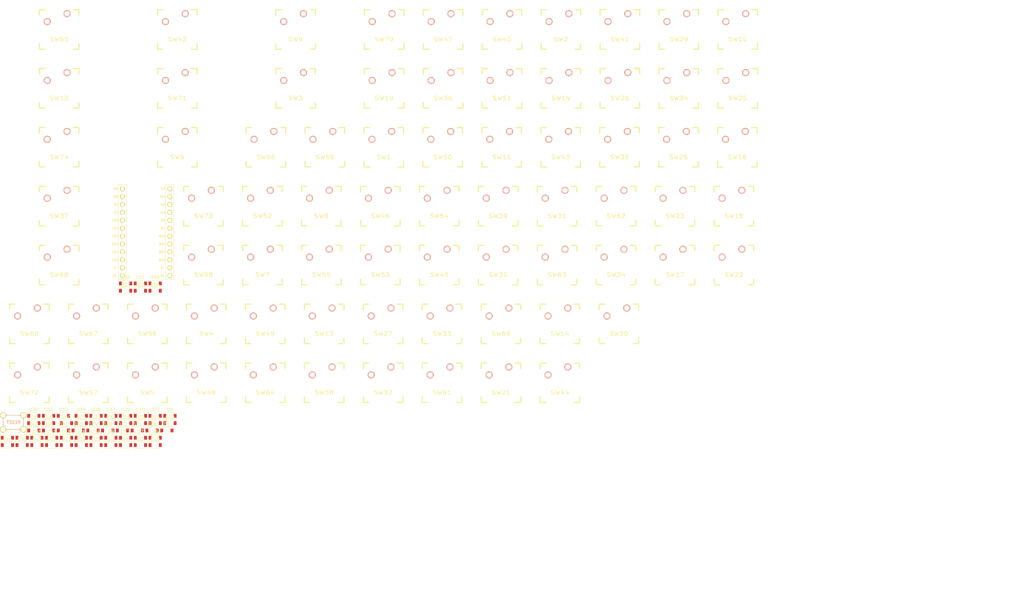
<source format=kicad_pcb>
(kicad_pcb (version 20171130) (host pcbnew "(5.0.2)-1")
  (layers (0 F.Cu signal) (31 B.Cu signal) (34 B.Paste user) (35 F.Paste user) (36 B.SilkS user) (37 F.SilkS user) (38 B.Mask user) (39 F.Mask user) (44 Edge.Cuts user))
  (net 0 "")
  (net 1 "Net-(D1-Pad2)")
  (net 2 row0)
  (net 3 row1)
  (net 4 "Net-(D2-Pad2)")
  (net 5 "Net-(D3-Pad2)")
  (net 6 row2)
  (net 7 row3)
  (net 8 "Net-(D4-Pad2)")
  (net 9 "Net-(D5-Pad2)")
  (net 10 "Net-(D6-Pad2)")
  (net 11 "Net-(D7-Pad2)")
  (net 12 "Net-(D8-Pad2)")
  (net 13 row4)
  (net 14 "Net-(D9-Pad2)")
  (net 15 "Net-(D10-Pad2)")
  (net 16 "Net-(D11-Pad2)")
  (net 17 "Net-(D12-Pad2)")
  (net 18 "Net-(D13-Pad2)")
  (net 19 "Net-(D14-Pad2)")
  (net 20 "Net-(D15-Pad2)")
  (net 21 "Net-(D16-Pad2)")
  (net 22 "Net-(D17-Pad2)")
  (net 23 "Net-(D18-Pad2)")
  (net 24 "Net-(D19-Pad2)")
  (net 25 "Net-(D20-Pad2)")
  (net 26 "Net-(D21-Pad2)")
  (net 27 "Net-(D22-Pad2)")
  (net 28 "Net-(D23-Pad2)")
  (net 29 "Net-(D24-Pad2)")
  (net 30 "Net-(D25-Pad2)")
  (net 31 "Net-(D26-Pad2)")
  (net 32 "Net-(D27-Pad2)")
  (net 33 "Net-(D28-Pad2)")
  (net 34 "Net-(D29-Pad2)")
  (net 35 "Net-(D30-Pad2)")
  (net 36 "Net-(D31-Pad2)")
  (net 37 "Net-(D32-Pad2)")
  (net 38 "Net-(D33-Pad2)")
  (net 39 "Net-(D34-Pad2)")
  (net 40 "Net-(D35-Pad2)")
  (net 41 "Net-(D36-Pad2)")
  (net 42 "Net-(D37-Pad2)")
  (net 43 "Net-(D38-Pad2)")
  (net 44 "Net-(D39-Pad2)")
  (net 45 "Net-(D40-Pad2)")
  (net 46 "Net-(D41-Pad2)")
  (net 47 "Net-(D42-Pad2)")
  (net 48 "Net-(D43-Pad1)")
  (net 49 "Net-(D43-Pad2)")
  (net 50 "Net-(D44-Pad2)")
  (net 51 "Net-(D45-Pad2)")
  (net 52 "Net-(D46-Pad2)")
  (net 53 "Net-(D47-Pad2)")
  (net 54 "Net-(D48-Pad2)")
  (net 55 "Net-(D49-Pad2)")
  (net 56 "Net-(D50-Pad2)")
  (net 57 "Net-(D51-Pad2)")
  (net 58 "Net-(D52-Pad2)")
  (net 59 "Net-(D53-Pad2)")
  (net 60 "Net-(D54-Pad2)")
  (net 61 "Net-(D55-Pad2)")
  (net 62 "Net-(D56-Pad2)")
  (net 63 "Net-(D57-Pad2)")
  (net 64 "Net-(D58-Pad2)")
  (net 65 col0)
  (net 66 col1)
  (net 67 col2)
  (net 68 col3)
  (net 69 col4)
  (net 70 col5)
  (net 71 col6)
  (net 72 col7)
  (net 73 col8)
  (net 74 col9)
  (net 75 col10)
  (net 76 col11)
  (net 77 GND)
  (net 78 reset)
  (net 79 "Net-(U1-Pad1)")
  (net 80 "Net-(U1-Pad21)")
  (net 81 "Net-(U1-Pad24)")
  (module Diode_SMD:D_SOD-123 (layer F.Cu) (at 29.445001 158.245001)
    (fp_text reference D1 (at 0 -2) (layer F.SilkS))
    (fp_text value D)
    (pad 2 smd rect (at 1.65 0) (size 0.9 1.2) (layers F.Cu F.Paste F.Mask) (net 1 "Net-(D1-Pad2)"))
    (pad 1 smd rect (at -1.65 0) (size 0.9 1.2) (layers F.Cu F.Paste F.Mask) (net 2 row0))
  )
  (module Diode_SMD:D_SOD-123 (layer F.Cu) (at 72.195001 160.595001)
    (fp_text reference D2 (at 0 -2) (layer F.SilkS))
    (fp_text value D)
    (pad 1 smd rect (at -1.65 0) (size 0.9 1.2) (layers F.Cu F.Paste F.Mask) (net 3 row1))
    (pad 2 smd rect (at 1.65 0) (size 0.9 1.2) (layers F.Cu F.Paste F.Mask) (net 4 "Net-(D2-Pad2)"))
  )
  (module Diode_SMD:D_SOD-123 (layer F.Cu) (at 63.695001 165.295001)
    (fp_text reference D3 (at 0 -2) (layer F.SilkS))
    (fp_text value D)
    (pad 2 smd rect (at 1.65 0) (size 0.9 1.2) (layers F.Cu F.Paste F.Mask) (net 5 "Net-(D3-Pad2)"))
    (pad 1 smd rect (at -1.65 0) (size 0.9 1.2) (layers F.Cu F.Paste F.Mask) (net 6 row2))
  )
  (module Diode_SMD:D_SOD-123 (layer F.Cu) (at 58.945001 165.295001)
    (fp_text reference D4 (at 0 -2) (layer F.SilkS))
    (fp_text value D)
    (pad 1 smd rect (at -1.65 0) (size 0.9 1.2) (layers F.Cu F.Paste F.Mask) (net 7 row3))
    (pad 2 smd rect (at 1.65 0) (size 0.9 1.2) (layers F.Cu F.Paste F.Mask) (net 8 "Net-(D4-Pad2)"))
  )
  (module Diode_SMD:D_SOD-123 (layer F.Cu) (at 54.195001 165.295001)
    (fp_text reference D5 (at 0 -2) (layer F.SilkS))
    (fp_text value D)
    (pad 1 smd rect (at -1.65 0) (size 0.9 1.2) (layers F.Cu F.Paste F.Mask) (net 2 row0))
    (pad 2 smd rect (at 1.65 0) (size 0.9 1.2) (layers F.Cu F.Paste F.Mask) (net 9 "Net-(D5-Pad2)"))
  )
  (module Diode_SMD:D_SOD-123 (layer F.Cu) (at 68.445001 162.945001)
    (fp_text reference D6 (at 0 -2) (layer F.SilkS))
    (fp_text value D)
    (pad 1 smd rect (at -1.65 0) (size 0.9 1.2) (layers F.Cu F.Paste F.Mask) (net 3 row1))
    (pad 2 smd rect (at 1.65 0) (size 0.9 1.2) (layers F.Cu F.Paste F.Mask) (net 10 "Net-(D6-Pad2)"))
  )
  (module Diode_SMD:D_SOD-123 (layer F.Cu) (at 63.695001 162.945001)
    (fp_text reference D7 (at 0 -2) (layer F.SilkS))
    (fp_text value D)
    (pad 2 smd rect (at 1.65 0) (size 0.9 1.2) (layers F.Cu F.Paste F.Mask) (net 11 "Net-(D7-Pad2)"))
    (pad 1 smd rect (at -1.65 0) (size 0.9 1.2) (layers F.Cu F.Paste F.Mask) (net 6 row2))
  )
  (module Diode_SMD:D_SOD-123 (layer F.Cu) (at 73.195001 155.895001)
    (fp_text reference D8 (at 0 -2) (layer F.SilkS))
    (fp_text value D)
    (pad 1 smd rect (at -1.65 0) (size 0.9 1.2) (layers F.Cu F.Paste F.Mask) (net 7 row3))
    (pad 2 smd rect (at 1.65 0) (size 0.9 1.2) (layers F.Cu F.Paste F.Mask) (net 12 "Net-(D8-Pad2)"))
  )
  (module Diode_SMD:D_SOD-123 (layer F.Cu) (at 54.195001 162.945001)
    (fp_text reference D9 (at 0 -2) (layer F.SilkS))
    (fp_text value D)
    (pad 1 smd rect (at -1.65 0) (size 0.9 1.2) (layers F.Cu F.Paste F.Mask) (net 13 row4))
    (pad 2 smd rect (at 1.65 0) (size 0.9 1.2) (layers F.Cu F.Paste F.Mask) (net 14 "Net-(D9-Pad2)"))
  )
  (module Diode_SMD:D_SOD-123 (layer F.Cu) (at 68.445001 165.295001)
    (fp_text reference D10 (at 0 -2) (layer F.SilkS))
    (fp_text value D)
    (pad 2 smd rect (at 1.65 0) (size 0.9 1.2) (layers F.Cu F.Paste F.Mask) (net 15 "Net-(D10-Pad2)"))
    (pad 1 smd rect (at -1.65 0) (size 0.9 1.2) (layers F.Cu F.Paste F.Mask) (net 2 row0))
  )
  (module Diode_SMD:D_SOD-123 (layer F.Cu) (at 62.695001 160.595001)
    (fp_text reference D11 (at 0 -2) (layer F.SilkS))
    (fp_text value D)
    (pad 2 smd rect (at 1.65 0) (size 0.9 1.2) (layers F.Cu F.Paste F.Mask) (net 16 "Net-(D11-Pad2)"))
    (pad 1 smd rect (at -1.65 0) (size 0.9 1.2) (layers F.Cu F.Paste F.Mask) (net 3 row1))
  )
  (module Diode_SMD:D_SOD-123 (layer F.Cu) (at 57.945001 160.595001)
    (fp_text reference D12 (at 0 -2) (layer F.SilkS))
    (fp_text value D)
    (pad 2 smd rect (at 1.65 0) (size 0.9 1.2) (layers F.Cu F.Paste F.Mask) (net 17 "Net-(D12-Pad2)"))
    (pad 1 smd rect (at -1.65 0) (size 0.9 1.2) (layers F.Cu F.Paste F.Mask) (net 6 row2))
  )
  (module Diode_SMD:D_SOD-123 (layer F.Cu) (at 73.195001 158.245001)
    (fp_text reference D13 (at 0 -2) (layer F.SilkS))
    (fp_text value D)
    (pad 2 smd rect (at 1.65 0) (size 0.9 1.2) (layers F.Cu F.Paste F.Mask) (net 18 "Net-(D13-Pad2)"))
    (pad 1 smd rect (at -1.65 0) (size 0.9 1.2) (layers F.Cu F.Paste F.Mask) (net 7 row3))
  )
  (module Diode_SMD:D_SOD-123 (layer F.Cu) (at 68.445001 158.245001)
    (fp_text reference D14 (at 0 -2) (layer F.SilkS))
    (fp_text value D)
    (pad 2 smd rect (at 1.65 0) (size 0.9 1.2) (layers F.Cu F.Paste F.Mask) (net 19 "Net-(D14-Pad2)"))
    (pad 1 smd rect (at -1.65 0) (size 0.9 1.2) (layers F.Cu F.Paste F.Mask) (net 13 row4))
  )
  (module Diode_SMD:D_SOD-123 (layer F.Cu) (at 63.695001 158.245001)
    (fp_text reference D15 (at 0 -2) (layer F.SilkS))
    (fp_text value D)
    (pad 1 smd rect (at -1.65 0) (size 0.9 1.2) (layers F.Cu F.Paste F.Mask) (net 2 row0))
    (pad 2 smd rect (at 1.65 0) (size 0.9 1.2) (layers F.Cu F.Paste F.Mask) (net 20 "Net-(D15-Pad2)"))
  )
  (module Diode_SMD:D_SOD-123 (layer F.Cu) (at 58.945001 158.245001)
    (fp_text reference D16 (at 0 -2) (layer F.SilkS))
    (fp_text value D)
    (pad 1 smd rect (at -1.65 0) (size 0.9 1.2) (layers F.Cu F.Paste F.Mask) (net 3 row1))
    (pad 2 smd rect (at 1.65 0) (size 0.9 1.2) (layers F.Cu F.Paste F.Mask) (net 21 "Net-(D16-Pad2)"))
  )
  (module Diode_SMD:D_SOD-123 (layer F.Cu) (at 58.945001 162.945001)
    (fp_text reference D17 (at 0 -2) (layer F.SilkS))
    (fp_text value D)
    (pad 2 smd rect (at 1.65 0) (size 0.9 1.2) (layers F.Cu F.Paste F.Mask) (net 22 "Net-(D17-Pad2)"))
    (pad 1 smd rect (at -1.65 0) (size 0.9 1.2) (layers F.Cu F.Paste F.Mask) (net 6 row2))
  )
  (module Diode_SMD:D_SOD-123 (layer F.Cu) (at 39.945001 162.945001)
    (fp_text reference D18 (at 0 -2) (layer F.SilkS))
    (fp_text value D)
    (pad 1 smd rect (at -1.65 0) (size 0.9 1.2) (layers F.Cu F.Paste F.Mask) (net 7 row3))
    (pad 2 smd rect (at 1.65 0) (size 0.9 1.2) (layers F.Cu F.Paste F.Mask) (net 23 "Net-(D18-Pad2)"))
  )
  (module Diode_SMD:D_SOD-123 (layer F.Cu) (at 63.695001 155.895001)
    (fp_text reference D19 (at 0 -2) (layer F.SilkS))
    (fp_text value D)
    (pad 1 smd rect (at -1.65 0) (size 0.9 1.2) (layers F.Cu F.Paste F.Mask) (net 13 row4))
    (pad 2 smd rect (at 1.65 0) (size 0.9 1.2) (layers F.Cu F.Paste F.Mask) (net 24 "Net-(D19-Pad2)"))
  )
  (module Diode_SMD:D_SOD-123 (layer F.Cu) (at 58.945001 155.895001)
    (fp_text reference D20 (at 0 -2) (layer F.SilkS))
    (fp_text value D)
    (pad 2 smd rect (at 1.65 0) (size 0.9 1.2) (layers F.Cu F.Paste F.Mask) (net 25 "Net-(D20-Pad2)"))
    (pad 1 smd rect (at -1.65 0) (size 0.9 1.2) (layers F.Cu F.Paste F.Mask) (net 2 row0))
  )
  (module Diode_SMD:D_SOD-123 (layer F.Cu) (at 49.445001 165.295001)
    (fp_text reference D21 (at 0 -2) (layer F.SilkS))
    (fp_text value D)
    (pad 2 smd rect (at 1.65 0) (size 0.9 1.2) (layers F.Cu F.Paste F.Mask) (net 26 "Net-(D21-Pad2)"))
    (pad 1 smd rect (at -1.65 0) (size 0.9 1.2) (layers F.Cu F.Paste F.Mask) (net 3 row1))
  )
  (module Diode_SMD:D_SOD-123 (layer F.Cu) (at 44.695001 165.295001)
    (fp_text reference D22 (at 0 -2) (layer F.SilkS))
    (fp_text value D)
    (pad 1 smd rect (at -1.65 0) (size 0.9 1.2) (layers F.Cu F.Paste F.Mask) (net 6 row2))
    (pad 2 smd rect (at 1.65 0) (size 0.9 1.2) (layers F.Cu F.Paste F.Mask) (net 27 "Net-(D22-Pad2)"))
  )
  (module Diode_SMD:D_SOD-123 (layer F.Cu) (at 39.945001 165.295001)
    (fp_text reference D23 (at 0 -2) (layer F.SilkS))
    (fp_text value D)
    (pad 1 smd rect (at -1.65 0) (size 0.9 1.2) (layers F.Cu F.Paste F.Mask) (net 7 row3))
    (pad 2 smd rect (at 1.65 0) (size 0.9 1.2) (layers F.Cu F.Paste F.Mask) (net 28 "Net-(D23-Pad2)"))
  )
  (module Diode_SMD:D_SOD-123 (layer F.Cu) (at 35.195001 165.295001)
    (fp_text reference D24 (at 0 -2) (layer F.SilkS))
    (fp_text value D)
    (pad 2 smd rect (at 1.65 0) (size 0.9 1.2) (layers F.Cu F.Paste F.Mask) (net 29 "Net-(D24-Pad2)"))
    (pad 1 smd rect (at -1.65 0) (size 0.9 1.2) (layers F.Cu F.Paste F.Mask) (net 13 row4))
  )
  (module Diode_SMD:D_SOD-123 (layer F.Cu) (at 44.695001 158.245001)
    (fp_text reference D25 (at 0 -2) (layer F.SilkS))
    (fp_text value D)
    (pad 2 smd rect (at 1.65 0) (size 0.9 1.2) (layers F.Cu F.Paste F.Mask) (net 30 "Net-(D25-Pad2)"))
    (pad 1 smd rect (at -1.65 0) (size 0.9 1.2) (layers F.Cu F.Paste F.Mask) (net 2 row0))
  )
  (module Diode_SMD:D_SOD-123 (layer F.Cu) (at 44.695001 162.945001)
    (fp_text reference D26 (at 0 -2) (layer F.SilkS))
    (fp_text value D)
    (pad 2 smd rect (at 1.65 0) (size 0.9 1.2) (layers F.Cu F.Paste F.Mask) (net 31 "Net-(D26-Pad2)"))
    (pad 1 smd rect (at -1.65 0) (size 0.9 1.2) (layers F.Cu F.Paste F.Mask) (net 3 row1))
  )
  (module Diode_SMD:D_SOD-123 (layer F.Cu) (at 68.445001 155.895001)
    (fp_text reference D27 (at 0 -2) (layer F.SilkS))
    (fp_text value D)
    (pad 2 smd rect (at 1.65 0) (size 0.9 1.2) (layers F.Cu F.Paste F.Mask) (net 32 "Net-(D27-Pad2)"))
    (pad 1 smd rect (at -1.65 0) (size 0.9 1.2) (layers F.Cu F.Paste F.Mask) (net 6 row2))
  )
  (module Diode_SMD:D_SOD-123 (layer F.Cu) (at 53.195001 160.595001)
    (fp_text reference D28 (at 0 -2) (layer F.SilkS))
    (fp_text value D)
    (pad 2 smd rect (at 1.65 0) (size 0.9 1.2) (layers F.Cu F.Paste F.Mask) (net 33 "Net-(D28-Pad2)"))
    (pad 1 smd rect (at -1.65 0) (size 0.9 1.2) (layers F.Cu F.Paste F.Mask) (net 7 row3))
  )
  (module Diode_SMD:D_SOD-123 (layer F.Cu) (at 48.445001 160.595001)
    (fp_text reference D29 (at 0 -2) (layer F.SilkS))
    (fp_text value D)
    (pad 1 smd rect (at -1.65 0) (size 0.9 1.2) (layers F.Cu F.Paste F.Mask) (net 13 row4))
    (pad 2 smd rect (at 1.65 0) (size 0.9 1.2) (layers F.Cu F.Paste F.Mask) (net 34 "Net-(D29-Pad2)"))
  )
  (module Diode_SMD:D_SOD-123 (layer F.Cu) (at 43.695001 160.595001)
    (fp_text reference D30 (at 0 -2) (layer F.SilkS))
    (fp_text value D)
    (pad 1 smd rect (at -1.65 0) (size 0.9 1.2) (layers F.Cu F.Paste F.Mask) (net 2 row0))
    (pad 2 smd rect (at 1.65 0) (size 0.9 1.2) (layers F.Cu F.Paste F.Mask) (net 35 "Net-(D30-Pad2)"))
  )
  (module Diode_SMD:D_SOD-123 (layer F.Cu) (at 38.945001 160.595001)
    (fp_text reference D31 (at 0 -2) (layer F.SilkS))
    (fp_text value D)
    (pad 1 smd rect (at -1.65 0) (size 0.9 1.2) (layers F.Cu F.Paste F.Mask) (net 3 row1))
    (pad 2 smd rect (at 1.65 0) (size 0.9 1.2) (layers F.Cu F.Paste F.Mask) (net 36 "Net-(D31-Pad2)"))
  )
  (module Diode_SMD:D_SOD-123 (layer F.Cu) (at 54.195001 158.245001)
    (fp_text reference D32 (at 0 -2) (layer F.SilkS))
    (fp_text value D)
    (pad 1 smd rect (at -1.65 0) (size 0.9 1.2) (layers F.Cu F.Paste F.Mask) (net 6 row2))
    (pad 2 smd rect (at 1.65 0) (size 0.9 1.2) (layers F.Cu F.Paste F.Mask) (net 37 "Net-(D32-Pad2)"))
  )
  (module Diode_SMD:D_SOD-123 (layer F.Cu) (at 49.445001 158.245001)
    (fp_text reference D33 (at 0 -2) (layer F.SilkS))
    (fp_text value D)
    (pad 1 smd rect (at -1.65 0) (size 0.9 1.2) (layers F.Cu F.Paste F.Mask) (net 7 row3))
    (pad 2 smd rect (at 1.65 0) (size 0.9 1.2) (layers F.Cu F.Paste F.Mask) (net 38 "Net-(D33-Pad2)"))
  )
  (module Diode_SMD:D_SOD-123 (layer F.Cu) (at 49.445001 162.945001)
    (fp_text reference D34 (at 0 -2) (layer F.SilkS))
    (fp_text value D)
    (pad 2 smd rect (at 1.65 0) (size 0.9 1.2) (layers F.Cu F.Paste F.Mask) (net 39 "Net-(D34-Pad2)"))
    (pad 1 smd rect (at -1.65 0) (size 0.9 1.2) (layers F.Cu F.Paste F.Mask) (net 13 row4))
  )
  (module Diode_SMD:D_SOD-123 (layer F.Cu) (at 67.445001 160.595001)
    (fp_text reference D35 (at 0 -2) (layer F.SilkS))
    (fp_text value D)
    (pad 2 smd rect (at 1.65 0) (size 0.9 1.2) (layers F.Cu F.Paste F.Mask) (net 40 "Net-(D35-Pad2)"))
    (pad 1 smd rect (at -1.65 0) (size 0.9 1.2) (layers F.Cu F.Paste F.Mask) (net 2 row0))
  )
  (module Diode_SMD:D_SOD-123 (layer F.Cu) (at 29.445001 155.895001)
    (fp_text reference D36 (at 0 -2) (layer F.SilkS))
    (fp_text value D)
    (pad 2 smd rect (at 1.65 0) (size 0.9 1.2) (layers F.Cu F.Paste F.Mask) (net 41 "Net-(D36-Pad2)"))
    (pad 1 smd rect (at -1.65 0) (size 0.9 1.2) (layers F.Cu F.Paste F.Mask) (net 3 row1))
  )
  (module Diode_SMD:D_SOD-123 (layer F.Cu) (at 54.195001 155.895001)
    (fp_text reference D37 (at 0 -2) (layer F.SilkS))
    (fp_text value D)
    (pad 1 smd rect (at -1.65 0) (size 0.9 1.2) (layers F.Cu F.Paste F.Mask) (net 6 row2))
    (pad 2 smd rect (at 1.65 0) (size 0.9 1.2) (layers F.Cu F.Paste F.Mask) (net 42 "Net-(D37-Pad2)"))
  )
  (module Diode_SMD:D_SOD-123 (layer F.Cu) (at 49.445001 155.895001)
    (fp_text reference D38 (at 0 -2) (layer F.SilkS))
    (fp_text value D)
    (pad 2 smd rect (at 1.65 0) (size 0.9 1.2) (layers F.Cu F.Paste F.Mask) (net 43 "Net-(D38-Pad2)"))
    (pad 1 smd rect (at -1.65 0) (size 0.9 1.2) (layers F.Cu F.Paste F.Mask) (net 7 row3))
  )
  (module Diode_SMD:D_SOD-123 (layer F.Cu) (at 44.695001 155.895001)
    (fp_text reference D39 (at 0 -2) (layer F.SilkS))
    (fp_text value D)
    (pad 1 smd rect (at -1.65 0) (size 0.9 1.2) (layers F.Cu F.Paste F.Mask) (net 13 row4))
    (pad 2 smd rect (at 1.65 0) (size 0.9 1.2) (layers F.Cu F.Paste F.Mask) (net 44 "Net-(D39-Pad2)"))
  )
  (module Diode_SMD:D_SOD-123 (layer F.Cu) (at 39.945001 158.245001)
    (fp_text reference D40 (at 0 -2) (layer F.SilkS))
    (fp_text value D)
    (pad 1 smd rect (at -1.65 0) (size 0.9 1.2) (layers F.Cu F.Paste F.Mask) (net 2 row0))
    (pad 2 smd rect (at 1.65 0) (size 0.9 1.2) (layers F.Cu F.Paste F.Mask) (net 45 "Net-(D40-Pad2)"))
  )
  (module Diode_SMD:D_SOD-123 (layer F.Cu) (at 35.195001 162.945001)
    (fp_text reference D41 (at 0 -2) (layer F.SilkS))
    (fp_text value D)
    (pad 1 smd rect (at -1.65 0) (size 0.9 1.2) (layers F.Cu F.Paste F.Mask) (net 3 row1))
    (pad 2 smd rect (at 1.65 0) (size 0.9 1.2) (layers F.Cu F.Paste F.Mask) (net 46 "Net-(D41-Pad2)"))
  )
  (module Diode_SMD:D_SOD-123 (layer F.Cu) (at 30.445001 165.295001)
    (fp_text reference D42 (at 0 -2) (layer F.SilkS))
    (fp_text value D)
    (pad 2 smd rect (at 1.65 0) (size 0.9 1.2) (layers F.Cu F.Paste F.Mask) (net 47 "Net-(D42-Pad2)"))
    (pad 1 smd rect (at -1.65 0) (size 0.9 1.2) (layers F.Cu F.Paste F.Mask) (net 6 row2))
  )
  (module Diode_SMD:D_SOD-123 (layer F.Cu) (at 25.695001 165.295001)
    (fp_text reference D43 (at 0 -2) (layer F.SilkS))
    (fp_text value D)
    (pad 1 smd rect (at -1.65 0) (size 0.9 1.2) (layers F.Cu F.Paste F.Mask) (net 48 "Net-(D43-Pad1)"))
    (pad 2 smd rect (at 1.65 0) (size 0.9 1.2) (layers F.Cu F.Paste F.Mask) (net 49 "Net-(D43-Pad2)"))
  )
  (module Diode_SMD:D_SOD-123 (layer F.Cu) (at 20.945001 165.295001)
    (fp_text reference D44 (at 0 -2) (layer F.SilkS))
    (fp_text value D)
    (pad 2 smd rect (at 1.65 0) (size 0.9 1.2) (layers F.Cu F.Paste F.Mask) (net 50 "Net-(D44-Pad2)"))
    (pad 1 smd rect (at -1.65 0) (size 0.9 1.2) (layers F.Cu F.Paste F.Mask) (net 13 row4))
  )
  (module Diode_SMD:D_SOD-123 (layer F.Cu) (at 30.445001 162.945001)
    (fp_text reference D45 (at 0 -2) (layer F.SilkS))
    (fp_text value D)
    (pad 2 smd rect (at 1.65 0) (size 0.9 1.2) (layers F.Cu F.Paste F.Mask) (net 51 "Net-(D45-Pad2)"))
    (pad 1 smd rect (at -1.65 0) (size 0.9 1.2) (layers F.Cu F.Paste F.Mask) (net 2 row0))
  )
  (module Diode_SMD:D_SOD-123 (layer F.Cu) (at 25.695001 162.945001)
    (fp_text reference D46 (at 0 -2) (layer F.SilkS))
    (fp_text value D)
    (pad 2 smd rect (at 1.65 0) (size 0.9 1.2) (layers F.Cu F.Paste F.Mask) (net 52 "Net-(D46-Pad2)"))
    (pad 1 smd rect (at -1.65 0) (size 0.9 1.2) (layers F.Cu F.Paste F.Mask) (net 3 row1))
  )
  (module Diode_SMD:D_SOD-123 (layer F.Cu) (at 20.945001 162.945001)
    (fp_text reference D47 (at 0 -2) (layer F.SilkS))
    (fp_text value D)
    (pad 1 smd rect (at -1.65 0) (size 0.9 1.2) (layers F.Cu F.Paste F.Mask) (net 6 row2))
    (pad 2 smd rect (at 1.65 0) (size 0.9 1.2) (layers F.Cu F.Paste F.Mask) (net 53 "Net-(D47-Pad2)"))
  )
  (module Diode_SMD:D_SOD-123 (layer F.Cu) (at 34.195001 160.595001)
    (fp_text reference D48 (at 0 -2) (layer F.SilkS))
    (fp_text value D)
    (pad 2 smd rect (at 1.65 0) (size 0.9 1.2) (layers F.Cu F.Paste F.Mask) (net 54 "Net-(D48-Pad2)"))
    (pad 1 smd rect (at -1.65 0) (size 0.9 1.2) (layers F.Cu F.Paste F.Mask) (net 48 "Net-(D43-Pad1)"))
  )
  (module Diode_SMD:D_SOD-123 (layer F.Cu) (at 29.445001 160.595001)
    (fp_text reference D49 (at 0 -2) (layer F.SilkS))
    (fp_text value D)
    (pad 1 smd rect (at -1.65 0) (size 0.9 1.2) (layers F.Cu F.Paste F.Mask) (net 13 row4))
    (pad 2 smd rect (at 1.65 0) (size 0.9 1.2) (layers F.Cu F.Paste F.Mask) (net 55 "Net-(D49-Pad2)"))
  )
  (module Diode_SMD:D_SOD-123 (layer F.Cu) (at 34.195001 158.245001)
    (fp_text reference D50 (at 0 -2) (layer F.SilkS))
    (fp_text value D)
    (pad 1 smd rect (at -1.65 0) (size 0.9 1.2) (layers F.Cu F.Paste F.Mask) (net 2 row0))
    (pad 2 smd rect (at 1.65 0) (size 0.9 1.2) (layers F.Cu F.Paste F.Mask) (net 56 "Net-(D50-Pad2)"))
  )
  (module Diode_SMD:D_SOD-123 (layer F.Cu) (at 63.685001 113.305001)
    (fp_text reference D51 (at 0 -2) (layer F.SilkS))
    (fp_text value D)
    (pad 2 smd rect (at 1.65 0) (size 0.9 1.2) (layers F.Cu F.Paste F.Mask) (net 57 "Net-(D51-Pad2)"))
    (pad 1 smd rect (at -1.65 0) (size 0.9 1.2) (layers F.Cu F.Paste F.Mask) (net 3 row1))
  )
  (module Diode_SMD:D_SOD-123 (layer F.Cu) (at 38.945001 155.895001)
    (fp_text reference D52 (at 0 -2) (layer F.SilkS))
    (fp_text value D)
    (pad 2 smd rect (at 1.65 0) (size 0.9 1.2) (layers F.Cu F.Paste F.Mask) (net 58 "Net-(D52-Pad2)"))
    (pad 1 smd rect (at -1.65 0) (size 0.9 1.2) (layers F.Cu F.Paste F.Mask) (net 6 row2))
  )
  (module Diode_SMD:D_SOD-123 (layer F.Cu) (at 34.195001 155.895001)
    (fp_text reference D53 (at 0 -2) (layer F.SilkS))
    (fp_text value D)
    (pad 1 smd rect (at -1.65 0) (size 0.9 1.2) (layers F.Cu F.Paste F.Mask) (net 48 "Net-(D43-Pad1)"))
    (pad 2 smd rect (at 1.65 0) (size 0.9 1.2) (layers F.Cu F.Paste F.Mask) (net 59 "Net-(D53-Pad2)"))
  )
  (module Diode_SMD:D_SOD-123 (layer F.Cu) (at 68.435001 115.655001)
    (fp_text reference D54 (at 0 -2) (layer F.SilkS))
    (fp_text value D)
    (pad 1 smd rect (at -1.65 0) (size 0.9 1.2) (layers F.Cu F.Paste F.Mask) (net 13 row4))
    (pad 2 smd rect (at 1.65 0) (size 0.9 1.2) (layers F.Cu F.Paste F.Mask) (net 60 "Net-(D54-Pad2)"))
  )
  (module Diode_SMD:D_SOD-123 (layer F.Cu) (at 63.685001 115.655001)
    (fp_text reference D55 (at 0 -2) (layer F.SilkS))
    (fp_text value D)
    (pad 2 smd rect (at 1.65 0) (size 0.9 1.2) (layers F.Cu F.Paste F.Mask) (net 61 "Net-(D55-Pad2)"))
    (pad 1 smd rect (at -1.65 0) (size 0.9 1.2) (layers F.Cu F.Paste F.Mask) (net 2 row0))
  )
  (module Diode_SMD:D_SOD-123 (layer F.Cu) (at 68.435001 113.305001)
    (fp_text reference D56 (at 0 -2) (layer F.SilkS))
    (fp_text value D)
    (pad 1 smd rect (at -1.65 0) (size 0.9 1.2) (layers F.Cu F.Paste F.Mask) (net 3 row1))
    (pad 2 smd rect (at 1.65 0) (size 0.9 1.2) (layers F.Cu F.Paste F.Mask) (net 62 "Net-(D56-Pad2)"))
  )
  (module Diode_SMD:D_SOD-123 (layer F.Cu) (at 58.935001 115.655001)
    (fp_text reference D57 (at 0 -2) (layer F.SilkS))
    (fp_text value D)
    (pad 2 smd rect (at 1.65 0) (size 0.9 1.2) (layers F.Cu F.Paste F.Mask) (net 63 "Net-(D57-Pad2)"))
    (pad 1 smd rect (at -1.65 0) (size 0.9 1.2) (layers F.Cu F.Paste F.Mask) (net 6 row2))
  )
  (module Diode_SMD:D_SOD-123 (layer F.Cu) (at 58.935001 113.305001)
    (fp_text reference D58 (at 0 -2) (layer F.SilkS))
    (fp_text value D)
    (pad 1 smd rect (at -1.65 0) (size 0.9 1.2) (layers F.Cu F.Paste F.Mask) (net 48 "Net-(D43-Pad1)"))
    (pad 2 smd rect (at 1.65 0) (size 0.9 1.2) (layers F.Cu F.Paste F.Mask) (net 64 "Net-(D58-Pad2)"))
  )
  (module Keebio-Parts:MX_Plate_100H (layer F.Cu) (at 141.904201 69.494201)
    (fp_text reference SW1 (at 0 3.175) (layer F.SilkS) (effects (font (size 1.27 1.524) (thickness 0.2032))))
    (fp_text value SW_PUSH hide)
    (pad HOLE np_thru_hole circle (at 0 0) (size 3.9878 3.9878) (drill 3.9878) (layers *.Cu))
    (pad 2 thru_hole circle (at -3.81 -2.54) (size 2.286 2.286) (drill 1.4986) (layers *.Cu *.SilkS *.Mask) (net 1 "Net-(D1-Pad2)"))
    (pad 1 thru_hole circle (at 2.54 -5.08) (size 2.286 2.286) (drill 1.4986) (layers *.Cu *.SilkS *.Mask) (net 65 col0))
  )
  (module Keebio-Parts:MX_Plate_100H (layer F.Cu) (at 198.834201 31.614201)
    (fp_text reference SW2 (at 0 3.175) (layer F.SilkS) (effects (font (size 1.27 1.524) (thickness 0.2032))))
    (fp_text value SW_PUSH hide)
    (pad HOLE np_thru_hole circle (at 0 0) (size 3.9878 3.9878) (drill 3.9878) (layers *.Cu))
    (pad 2 thru_hole circle (at -3.81 -2.54) (size 2.286 2.286) (drill 1.4986) (layers *.Cu *.SilkS *.Mask) (net 1 "Net-(D1-Pad2)"))
    (pad 1 thru_hole circle (at 2.54 -5.08) (size 2.286 2.286) (drill 1.4986) (layers *.Cu *.SilkS *.Mask) (net 65 col0))
  )
  (module Keebio-Parts:MX_Plate_200H (layer F.Cu) (at 113.549201 50.554201)
    (fp_text reference SW3 (at 0 3.175) (layer F.SilkS) (effects (font (size 1.27 1.524) (thickness 0.2032))))
    (fp_text value SW_PUSH hide)
    (pad HOLE np_thru_hole circle (at 0 0) (size 3.9878 3.9878) (drill 3.9878) (layers *.Cu))
    (pad 2 thru_hole circle (at -3.81 -2.54) (size 2.286 2.286) (drill 1.4986) (layers *.Cu *.SilkS *.Mask) (net 1 "Net-(D1-Pad2)"))
    (pad 1 thru_hole circle (at 2.54 -5.08) (size 2.286 2.286) (drill 1.4986) (layers *.Cu *.SilkS *.Mask) (net 65 col0))
  )
  (module Keebio-Parts:MX_Plate_100H (layer F.Cu) (at 84.864201 126.314201)
    (fp_text reference SW4 (at 0 3.175) (layer F.SilkS) (effects (font (size 1.27 1.524) (thickness 0.2032))))
    (fp_text value SW_PUSH hide)
    (pad 1 thru_hole circle (at 2.54 -5.08) (size 2.286 2.286) (drill 1.4986) (layers *.Cu *.SilkS *.Mask) (net 65 col0))
    (pad 2 thru_hole circle (at -3.81 -2.54) (size 2.286 2.286) (drill 1.4986) (layers *.Cu *.SilkS *.Mask) (net 4 "Net-(D2-Pad2)"))
    (pad HOLE np_thru_hole circle (at 0 0) (size 3.9878 3.9878) (drill 3.9878) (layers *.Cu))
  )
  (module Keebio-Parts:MX_Plate_100H (layer F.Cu) (at 65.924201 145.254201)
    (fp_text reference SW5 (at 0 3.175) (layer F.SilkS) (effects (font (size 1.27 1.524) (thickness 0.2032))))
    (fp_text value SW_PUSH hide)
    (pad 1 thru_hole circle (at 2.54 -5.08) (size 2.286 2.286) (drill 1.4986) (layers *.Cu *.SilkS *.Mask) (net 65 col0))
    (pad 2 thru_hole circle (at -3.81 -2.54) (size 2.286 2.286) (drill 1.4986) (layers *.Cu *.SilkS *.Mask) (net 4 "Net-(D2-Pad2)"))
    (pad HOLE np_thru_hole circle (at 0 0) (size 3.9878 3.9878) (drill 3.9878) (layers *.Cu))
  )
  (module Keebio-Parts:MX_Plate_200H (layer F.Cu) (at 75.559201 69.494201)
    (fp_text reference SW6 (at 0 3.175) (layer F.SilkS) (effects (font (size 1.27 1.524) (thickness 0.2032))))
    (fp_text value SW_PUSH hide)
    (pad HOLE np_thru_hole circle (at 0 0) (size 3.9878 3.9878) (drill 3.9878) (layers *.Cu))
    (pad 2 thru_hole circle (at -3.81 -2.54) (size 2.286 2.286) (drill 1.4986) (layers *.Cu *.SilkS *.Mask) (net 4 "Net-(D2-Pad2)"))
    (pad 1 thru_hole circle (at 2.54 -5.08) (size 2.286 2.286) (drill 1.4986) (layers *.Cu *.SilkS *.Mask) (net 65 col0))
  )
  (module Keebio-Parts:MX_Plate_100H (layer F.Cu) (at 102.904201 107.374201)
    (fp_text reference SW7 (at 0 3.175) (layer F.SilkS) (effects (font (size 1.27 1.524) (thickness 0.2032))))
    (fp_text value SW_PUSH hide)
    (pad HOLE np_thru_hole circle (at 0 0) (size 3.9878 3.9878) (drill 3.9878) (layers *.Cu))
    (pad 2 thru_hole circle (at -3.81 -2.54) (size 2.286 2.286) (drill 1.4986) (layers *.Cu *.SilkS *.Mask) (net 5 "Net-(D3-Pad2)"))
    (pad 1 thru_hole circle (at 2.54 -5.08) (size 2.286 2.286) (drill 1.4986) (layers *.Cu *.SilkS *.Mask) (net 65 col0))
  )
  (module Keebio-Parts:MX_Plate_100H (layer F.Cu) (at 121.844201 88.434201)
    (fp_text reference SW8 (at 0 3.175) (layer F.SilkS) (effects (font (size 1.27 1.524) (thickness 0.2032))))
    (fp_text value SW_PUSH hide)
    (pad HOLE np_thru_hole circle (at 0 0) (size 3.9878 3.9878) (drill 3.9878) (layers *.Cu))
    (pad 2 thru_hole circle (at -3.81 -2.54) (size 2.286 2.286) (drill 1.4986) (layers *.Cu *.SilkS *.Mask) (net 5 "Net-(D3-Pad2)"))
    (pad 1 thru_hole circle (at 2.54 -5.08) (size 2.286 2.286) (drill 1.4986) (layers *.Cu *.SilkS *.Mask) (net 65 col0))
  )
  (module Keebio-Parts:MX_Plate_200H (layer F.Cu) (at 113.549201 31.614201)
    (fp_text reference SW9 (at 0 3.175) (layer F.SilkS) (effects (font (size 1.27 1.524) (thickness 0.2032))))
    (fp_text value SW_PUSH hide)
    (pad HOLE np_thru_hole circle (at 0 0) (size 3.9878 3.9878) (drill 3.9878) (layers *.Cu))
    (pad 2 thru_hole circle (at -3.81 -2.54) (size 2.286 2.286) (drill 1.4986) (layers *.Cu *.SilkS *.Mask) (net 5 "Net-(D3-Pad2)"))
    (pad 1 thru_hole circle (at 2.54 -5.08) (size 2.286 2.286) (drill 1.4986) (layers *.Cu *.SilkS *.Mask) (net 65 col0))
  )
  (module Keebio-Parts:MX_Plate_100H (layer F.Cu) (at 142.014201 50.554201)
    (fp_text reference SW10 (at 0 3.175) (layer F.SilkS) (effects (font (size 1.27 1.524) (thickness 0.2032))))
    (fp_text value SW_PUSH hide)
    (pad 1 thru_hole circle (at 2.54 -5.08) (size 2.286 2.286) (drill 1.4986) (layers *.Cu *.SilkS *.Mask) (net 65 col0))
    (pad 2 thru_hole circle (at -3.81 -2.54) (size 2.286 2.286) (drill 1.4986) (layers *.Cu *.SilkS *.Mask) (net 8 "Net-(D4-Pad2)"))
    (pad HOLE np_thru_hole circle (at 0 0) (size 3.9878 3.9878) (drill 3.9878) (layers *.Cu))
  )
  (module Keebio-Parts:MX_Plate_100H (layer F.Cu) (at 179.784201 69.494201)
    (fp_text reference SW11 (at 0 3.175) (layer F.SilkS) (effects (font (size 1.27 1.524) (thickness 0.2032))))
    (fp_text value SW_PUSH hide)
    (pad 1 thru_hole circle (at 2.54 -5.08) (size 2.286 2.286) (drill 1.4986) (layers *.Cu *.SilkS *.Mask) (net 65 col0))
    (pad 2 thru_hole circle (at -3.81 -2.54) (size 2.286 2.286) (drill 1.4986) (layers *.Cu *.SilkS *.Mask) (net 8 "Net-(D4-Pad2)"))
    (pad HOLE np_thru_hole circle (at 0 0) (size 3.9878 3.9878) (drill 3.9878) (layers *.Cu))
  )
  (module Keebio-Parts:MX_Plate_200H (layer F.Cu) (at 37.569201 50.554201)
    (fp_text reference SW12 (at 0 3.175) (layer F.SilkS) (effects (font (size 1.27 1.524) (thickness 0.2032))))
    (fp_text value SW_PUSH hide)
    (pad HOLE np_thru_hole circle (at 0 0) (size 3.9878 3.9878) (drill 3.9878) (layers *.Cu))
    (pad 2 thru_hole circle (at -3.81 -2.54) (size 2.286 2.286) (drill 1.4986) (layers *.Cu *.SilkS *.Mask) (net 8 "Net-(D4-Pad2)"))
    (pad 1 thru_hole circle (at 2.54 -5.08) (size 2.286 2.286) (drill 1.4986) (layers *.Cu *.SilkS *.Mask) (net 65 col0))
  )
  (module Keebio-Parts:MX_Plate_100H (layer F.Cu) (at 122.744201 126.314201)
    (fp_text reference SW13 (at 0 3.175) (layer F.SilkS) (effects (font (size 1.27 1.524) (thickness 0.2032))))
    (fp_text value SW_PUSH hide)
    (pad 1 thru_hole circle (at 2.54 -5.08) (size 2.286 2.286) (drill 1.4986) (layers *.Cu *.SilkS *.Mask) (net 66 col1))
    (pad 2 thru_hole circle (at -3.81 -2.54) (size 2.286 2.286) (drill 1.4986) (layers *.Cu *.SilkS *.Mask) (net 9 "Net-(D5-Pad2)"))
    (pad HOLE np_thru_hole circle (at 0 0) (size 3.9878 3.9878) (drill 3.9878) (layers *.Cu))
  )
  (module Keebio-Parts:MX_Plate_100H (layer F.Cu) (at 198.504201 126.314201)
    (fp_text reference SW14 (at 0 3.175) (layer F.SilkS) (effects (font (size 1.27 1.524) (thickness 0.2032))))
    (fp_text value SW_PUSH hide)
    (pad HOLE np_thru_hole circle (at 0 0) (size 3.9878 3.9878) (drill 3.9878) (layers *.Cu))
    (pad 2 thru_hole circle (at -3.81 -2.54) (size 2.286 2.286) (drill 1.4986) (layers *.Cu *.SilkS *.Mask) (net 10 "Net-(D6-Pad2)"))
    (pad 1 thru_hole circle (at 2.54 -5.08) (size 2.286 2.286) (drill 1.4986) (layers *.Cu *.SilkS *.Mask) (net 66 col1))
  )
  (module Keebio-Parts:MX_Plate_100H (layer F.Cu) (at 255.654201 31.614201)
    (fp_text reference SW15 (at 0 3.175) (layer F.SilkS) (effects (font (size 1.27 1.524) (thickness 0.2032))))
    (fp_text value SW_PUSH hide)
    (pad 1 thru_hole circle (at 2.54 -5.08) (size 2.286 2.286) (drill 1.4986) (layers *.Cu *.SilkS *.Mask) (net 66 col1))
    (pad 2 thru_hole circle (at -3.81 -2.54) (size 2.286 2.286) (drill 1.4986) (layers *.Cu *.SilkS *.Mask) (net 11 "Net-(D7-Pad2)"))
    (pad HOLE np_thru_hole circle (at 0 0) (size 3.9878 3.9878) (drill 3.9878) (layers *.Cu))
  )
  (module Keebio-Parts:MX_Plate_100H (layer F.Cu) (at 255.544201 69.494201)
    (fp_text reference SW16 (at 0 3.175) (layer F.SilkS) (effects (font (size 1.27 1.524) (thickness 0.2032))))
    (fp_text value SW_PUSH hide)
    (pad HOLE np_thru_hole circle (at 0 0) (size 3.9878 3.9878) (drill 3.9878) (layers *.Cu))
    (pad 2 thru_hole circle (at -3.81 -2.54) (size 2.286 2.286) (drill 1.4986) (layers *.Cu *.SilkS *.Mask) (net 12 "Net-(D8-Pad2)"))
    (pad 1 thru_hole circle (at 2.54 -5.08) (size 2.286 2.286) (drill 1.4986) (layers *.Cu *.SilkS *.Mask) (net 66 col1))
  )
  (module Keebio-Parts:MX_Plate_100H (layer F.Cu) (at 235.484201 107.374201)
    (fp_text reference SW17 (at 0 3.175) (layer F.SilkS) (effects (font (size 1.27 1.524) (thickness 0.2032))))
    (fp_text value SW_PUSH hide)
    (pad HOLE np_thru_hole circle (at 0 0) (size 3.9878 3.9878) (drill 3.9878) (layers *.Cu))
    (pad 2 thru_hole circle (at -3.81 -2.54) (size 2.286 2.286) (drill 1.4986) (layers *.Cu *.SilkS *.Mask) (net 14 "Net-(D9-Pad2)"))
    (pad 1 thru_hole circle (at 2.54 -5.08) (size 2.286 2.286) (drill 1.4986) (layers *.Cu *.SilkS *.Mask) (net 66 col1))
  )
  (module Keebio-Parts:MX_Plate_100H (layer F.Cu) (at 254.424201 88.434201)
    (fp_text reference SW18 (at 0 3.175) (layer F.SilkS) (effects (font (size 1.27 1.524) (thickness 0.2032))))
    (fp_text value SW_PUSH hide)
    (pad HOLE np_thru_hole circle (at 0 0) (size 3.9878 3.9878) (drill 3.9878) (layers *.Cu))
    (pad 2 thru_hole circle (at -3.81 -2.54) (size 2.286 2.286) (drill 1.4986) (layers *.Cu *.SilkS *.Mask) (net 15 "Net-(D10-Pad2)"))
    (pad 1 thru_hole circle (at 2.54 -5.08) (size 2.286 2.286) (drill 1.4986) (layers *.Cu *.SilkS *.Mask) (net 67 col2))
  )
  (module Keebio-Parts:MX_Plate_100H (layer F.Cu) (at 198.834201 50.554201)
    (fp_text reference SW19 (at 0 3.175) (layer F.SilkS) (effects (font (size 1.27 1.524) (thickness 0.2032))))
    (fp_text value SW_PUSH hide)
    (pad 1 thru_hole circle (at 2.54 -5.08) (size 2.286 2.286) (drill 1.4986) (layers *.Cu *.SilkS *.Mask) (net 67 col2))
    (pad 2 thru_hole circle (at -3.81 -2.54) (size 2.286 2.286) (drill 1.4986) (layers *.Cu *.SilkS *.Mask) (net 16 "Net-(D11-Pad2)"))
    (pad HOLE np_thru_hole circle (at 0 0) (size 3.9878 3.9878) (drill 3.9878) (layers *.Cu))
  )
  (module Keebio-Parts:MX_Plate_100H (layer F.Cu) (at 217.444201 126.314201)
    (fp_text reference SW20 (at 0 3.175) (layer F.SilkS) (effects (font (size 1.27 1.524) (thickness 0.2032))))
    (fp_text value SW_PUSH hide)
    (pad HOLE np_thru_hole circle (at 0 0) (size 3.9878 3.9878) (drill 3.9878) (layers *.Cu))
    (pad 2 thru_hole circle (at -3.81 -2.54) (size 2.286 2.286) (drill 1.4986) (layers *.Cu *.SilkS *.Mask) (net 17 "Net-(D12-Pad2)"))
    (pad 1 thru_hole circle (at 2.54 -5.08) (size 2.286 2.286) (drill 1.4986) (layers *.Cu *.SilkS *.Mask) (net 67 col2))
  )
  (module Keebio-Parts:MX_Plate_100H (layer F.Cu) (at 179.564201 145.254201)
    (fp_text reference SW21 (at 0 3.175) (layer F.SilkS) (effects (font (size 1.27 1.524) (thickness 0.2032))))
    (fp_text value SW_PUSH hide)
    (pad 1 thru_hole circle (at 2.54 -5.08) (size 2.286 2.286) (drill 1.4986) (layers *.Cu *.SilkS *.Mask) (net 67 col2))
    (pad 2 thru_hole circle (at -3.81 -2.54) (size 2.286 2.286) (drill 1.4986) (layers *.Cu *.SilkS *.Mask) (net 18 "Net-(D13-Pad2)"))
    (pad HOLE np_thru_hole circle (at 0 0) (size 3.9878 3.9878) (drill 3.9878) (layers *.Cu))
  )
  (module Keebio-Parts:MX_Plate_100H (layer F.Cu) (at 254.424201 107.374201)
    (fp_text reference SW22 (at 0 3.175) (layer F.SilkS) (effects (font (size 1.27 1.524) (thickness 0.2032))))
    (fp_text value SW_PUSH hide)
    (pad HOLE np_thru_hole circle (at 0 0) (size 3.9878 3.9878) (drill 3.9878) (layers *.Cu))
    (pad 2 thru_hole circle (at -3.81 -2.54) (size 2.286 2.286) (drill 1.4986) (layers *.Cu *.SilkS *.Mask) (net 19 "Net-(D14-Pad2)"))
    (pad 1 thru_hole circle (at 2.54 -5.08) (size 2.286 2.286) (drill 1.4986) (layers *.Cu *.SilkS *.Mask) (net 67 col2))
  )
  (module Keebio-Parts:MX_Plate_100H (layer F.Cu) (at 235.484201 88.434201)
    (fp_text reference SW23 (at 0 3.175) (layer F.SilkS) (effects (font (size 1.27 1.524) (thickness 0.2032))))
    (fp_text value SW_PUSH hide)
    (pad 1 thru_hole circle (at 2.54 -5.08) (size 2.286 2.286) (drill 1.4986) (layers *.Cu *.SilkS *.Mask) (net 68 col3))
    (pad 2 thru_hole circle (at -3.81 -2.54) (size 2.286 2.286) (drill 1.4986) (layers *.Cu *.SilkS *.Mask) (net 20 "Net-(D15-Pad2)"))
    (pad HOLE np_thru_hole circle (at 0 0) (size 3.9878 3.9878) (drill 3.9878) (layers *.Cu))
  )
  (module Keebio-Parts:MX_Plate_100H (layer F.Cu) (at 216.544201 107.374201)
    (fp_text reference SW24 (at 0 3.175) (layer F.SilkS) (effects (font (size 1.27 1.524) (thickness 0.2032))))
    (fp_text value SW_PUSH hide)
    (pad 1 thru_hole circle (at 2.54 -5.08) (size 2.286 2.286) (drill 1.4986) (layers *.Cu *.SilkS *.Mask) (net 68 col3))
    (pad 2 thru_hole circle (at -3.81 -2.54) (size 2.286 2.286) (drill 1.4986) (layers *.Cu *.SilkS *.Mask) (net 21 "Net-(D16-Pad2)"))
    (pad HOLE np_thru_hole circle (at 0 0) (size 3.9878 3.9878) (drill 3.9878) (layers *.Cu))
  )
  (module Keebio-Parts:MX_Plate_100H (layer F.Cu) (at 255.654201 50.554201)
    (fp_text reference SW25 (at 0 3.175) (layer F.SilkS) (effects (font (size 1.27 1.524) (thickness 0.2032))))
    (fp_text value SW_PUSH hide)
    (pad 1 thru_hole circle (at 2.54 -5.08) (size 2.286 2.286) (drill 1.4986) (layers *.Cu *.SilkS *.Mask) (net 68 col3))
    (pad 2 thru_hole circle (at -3.81 -2.54) (size 2.286 2.286) (drill 1.4986) (layers *.Cu *.SilkS *.Mask) (net 22 "Net-(D17-Pad2)"))
    (pad HOLE np_thru_hole circle (at 0 0) (size 3.9878 3.9878) (drill 3.9878) (layers *.Cu))
  )
  (module Keebio-Parts:MX_Plate_100H (layer F.Cu) (at 236.604201 69.494201)
    (fp_text reference SW26 (at 0 3.175) (layer F.SilkS) (effects (font (size 1.27 1.524) (thickness 0.2032))))
    (fp_text value SW_PUSH hide)
    (pad HOLE np_thru_hole circle (at 0 0) (size 3.9878 3.9878) (drill 3.9878) (layers *.Cu))
    (pad 2 thru_hole circle (at -3.81 -2.54) (size 2.286 2.286) (drill 1.4986) (layers *.Cu *.SilkS *.Mask) (net 23 "Net-(D18-Pad2)"))
    (pad 1 thru_hole circle (at 2.54 -5.08) (size 2.286 2.286) (drill 1.4986) (layers *.Cu *.SilkS *.Mask) (net 68 col3))
  )
  (module Keebio-Parts:MX_Plate_100H (layer F.Cu) (at 141.684201 126.314201)
    (fp_text reference SW27 (at 0 3.175) (layer F.SilkS) (effects (font (size 1.27 1.524) (thickness 0.2032))))
    (fp_text value SW_PUSH hide)
    (pad HOLE np_thru_hole circle (at 0 0) (size 3.9878 3.9878) (drill 3.9878) (layers *.Cu))
    (pad 2 thru_hole circle (at -3.81 -2.54) (size 2.286 2.286) (drill 1.4986) (layers *.Cu *.SilkS *.Mask) (net 24 "Net-(D19-Pad2)"))
    (pad 1 thru_hole circle (at 2.54 -5.08) (size 2.286 2.286) (drill 1.4986) (layers *.Cu *.SilkS *.Mask) (net 68 col3))
  )
  (module Keebio-Parts:MX_Plate_100H (layer F.Cu) (at 217.774201 50.554201)
    (fp_text reference SW28 (at 0 3.175) (layer F.SilkS) (effects (font (size 1.27 1.524) (thickness 0.2032))))
    (fp_text value SW_PUSH hide)
    (pad HOLE np_thru_hole circle (at 0 0) (size 3.9878 3.9878) (drill 3.9878) (layers *.Cu))
    (pad 2 thru_hole circle (at -3.81 -2.54) (size 2.286 2.286) (drill 1.4986) (layers *.Cu *.SilkS *.Mask) (net 25 "Net-(D20-Pad2)"))
    (pad 1 thru_hole circle (at 2.54 -5.08) (size 2.286 2.286) (drill 1.4986) (layers *.Cu *.SilkS *.Mask) (net 69 col4))
  )
  (module Keebio-Parts:MX_Plate_100H (layer F.Cu) (at 236.714201 31.614201)
    (fp_text reference SW29 (at 0 3.175) (layer F.SilkS) (effects (font (size 1.27 1.524) (thickness 0.2032))))
    (fp_text value SW_PUSH hide)
    (pad 1 thru_hole circle (at 2.54 -5.08) (size 2.286 2.286) (drill 1.4986) (layers *.Cu *.SilkS *.Mask) (net 69 col4))
    (pad 2 thru_hole circle (at -3.81 -2.54) (size 2.286 2.286) (drill 1.4986) (layers *.Cu *.SilkS *.Mask) (net 26 "Net-(D21-Pad2)"))
    (pad HOLE np_thru_hole circle (at 0 0) (size 3.9878 3.9878) (drill 3.9878) (layers *.Cu))
  )
  (module Keebio-Parts:MX_Plate_100H (layer F.Cu) (at 178.664201 107.374201)
    (fp_text reference SW30 (at 0 3.175) (layer F.SilkS) (effects (font (size 1.27 1.524) (thickness 0.2032))))
    (fp_text value SW_PUSH hide)
    (pad HOLE np_thru_hole circle (at 0 0) (size 3.9878 3.9878) (drill 3.9878) (layers *.Cu))
    (pad 2 thru_hole circle (at -3.81 -2.54) (size 2.286 2.286) (drill 1.4986) (layers *.Cu *.SilkS *.Mask) (net 27 "Net-(D22-Pad2)"))
    (pad 1 thru_hole circle (at 2.54 -5.08) (size 2.286 2.286) (drill 1.4986) (layers *.Cu *.SilkS *.Mask) (net 69 col4))
  )
  (module Keebio-Parts:MX_Plate_100H (layer F.Cu) (at 197.604201 88.434201)
    (fp_text reference SW31 (at 0 3.175) (layer F.SilkS) (effects (font (size 1.27 1.524) (thickness 0.2032))))
    (fp_text value SW_PUSH hide)
    (pad HOLE np_thru_hole circle (at 0 0) (size 3.9878 3.9878) (drill 3.9878) (layers *.Cu))
    (pad 2 thru_hole circle (at -3.81 -2.54) (size 2.286 2.286) (drill 1.4986) (layers *.Cu *.SilkS *.Mask) (net 28 "Net-(D23-Pad2)"))
    (pad 1 thru_hole circle (at 2.54 -5.08) (size 2.286 2.286) (drill 1.4986) (layers *.Cu *.SilkS *.Mask) (net 69 col4))
  )
  (module Keebio-Parts:MX_Plate_100H (layer F.Cu) (at 141.684201 145.254201)
    (fp_text reference SW32 (at 0 3.175) (layer F.SilkS) (effects (font (size 1.27 1.524) (thickness 0.2032))))
    (fp_text value SW_PUSH hide)
    (pad 1 thru_hole circle (at 2.54 -5.08) (size 2.286 2.286) (drill 1.4986) (layers *.Cu *.SilkS *.Mask) (net 69 col4))
    (pad 2 thru_hole circle (at -3.81 -2.54) (size 2.286 2.286) (drill 1.4986) (layers *.Cu *.SilkS *.Mask) (net 29 "Net-(D24-Pad2)"))
    (pad HOLE np_thru_hole circle (at 0 0) (size 3.9878 3.9878) (drill 3.9878) (layers *.Cu))
  )
  (module Keebio-Parts:MX_Plate_100H (layer F.Cu) (at 160.624201 126.314201)
    (fp_text reference SW33 (at 0 3.175) (layer F.SilkS) (effects (font (size 1.27 1.524) (thickness 0.2032))))
    (fp_text value SW_PUSH hide)
    (pad 1 thru_hole circle (at 2.54 -5.08) (size 2.286 2.286) (drill 1.4986) (layers *.Cu *.SilkS *.Mask) (net 70 col5))
    (pad 2 thru_hole circle (at -3.81 -2.54) (size 2.286 2.286) (drill 1.4986) (layers *.Cu *.SilkS *.Mask) (net 30 "Net-(D25-Pad2)"))
    (pad HOLE np_thru_hole circle (at 0 0) (size 3.9878 3.9878) (drill 3.9878) (layers *.Cu))
  )
  (module Keebio-Parts:MX_Plate_100H (layer F.Cu) (at 236.714201 50.554201)
    (fp_text reference SW34 (at 0 3.175) (layer F.SilkS) (effects (font (size 1.27 1.524) (thickness 0.2032))))
    (fp_text value SW_PUSH hide)
    (pad HOLE np_thru_hole circle (at 0 0) (size 3.9878 3.9878) (drill 3.9878) (layers *.Cu))
    (pad 2 thru_hole circle (at -3.81 -2.54) (size 2.286 2.286) (drill 1.4986) (layers *.Cu *.SilkS *.Mask) (net 31 "Net-(D26-Pad2)"))
    (pad 1 thru_hole circle (at 2.54 -5.08) (size 2.286 2.286) (drill 1.4986) (layers *.Cu *.SilkS *.Mask) (net 70 col5))
  )
  (module Keebio-Parts:MX_Plate_100H (layer F.Cu) (at 217.664201 69.494201)
    (fp_text reference SW35 (at 0 3.175) (layer F.SilkS) (effects (font (size 1.27 1.524) (thickness 0.2032))))
    (fp_text value SW_PUSH hide)
    (pad 1 thru_hole circle (at 2.54 -5.08) (size 2.286 2.286) (drill 1.4986) (layers *.Cu *.SilkS *.Mask) (net 70 col5))
    (pad 2 thru_hole circle (at -3.81 -2.54) (size 2.286 2.286) (drill 1.4986) (layers *.Cu *.SilkS *.Mask) (net 32 "Net-(D27-Pad2)"))
    (pad HOLE np_thru_hole circle (at 0 0) (size 3.9878 3.9878) (drill 3.9878) (layers *.Cu))
  )
  (module Keebio-Parts:MX_Plate_100H (layer F.Cu) (at 160.954201 50.554201)
    (fp_text reference SW36 (at 0 3.175) (layer F.SilkS) (effects (font (size 1.27 1.524) (thickness 0.2032))))
    (fp_text value SW_PUSH hide)
    (pad 1 thru_hole circle (at 2.54 -5.08) (size 2.286 2.286) (drill 1.4986) (layers *.Cu *.SilkS *.Mask) (net 70 col5))
    (pad 2 thru_hole circle (at -3.81 -2.54) (size 2.286 2.286) (drill 1.4986) (layers *.Cu *.SilkS *.Mask) (net 33 "Net-(D28-Pad2)"))
    (pad HOLE np_thru_hole circle (at 0 0) (size 3.9878 3.9878) (drill 3.9878) (layers *.Cu))
  )
  (module Keebio-Parts:MX_Plate_200H (layer F.Cu) (at 37.569201 88.434201)
    (fp_text reference SW37 (at 0 3.175) (layer F.SilkS) (effects (font (size 1.27 1.524) (thickness 0.2032))))
    (fp_text value SW_PUSH hide)
    (pad 1 thru_hole circle (at 2.54 -5.08) (size 2.286 2.286) (drill 1.4986) (layers *.Cu *.SilkS *.Mask) (net 70 col5))
    (pad 2 thru_hole circle (at -3.81 -2.54) (size 2.286 2.286) (drill 1.4986) (layers *.Cu *.SilkS *.Mask) (net 34 "Net-(D29-Pad2)"))
    (pad HOLE np_thru_hole circle (at 0 0) (size 3.9878 3.9878) (drill 3.9878) (layers *.Cu))
  )
  (module Keebio-Parts:MX_Plate_100H (layer F.Cu) (at 122.744201 145.254201)
    (fp_text reference SW38 (at 0 3.175) (layer F.SilkS) (effects (font (size 1.27 1.524) (thickness 0.2032))))
    (fp_text value SW_PUSH hide)
    (pad HOLE np_thru_hole circle (at 0 0) (size 3.9878 3.9878) (drill 3.9878) (layers *.Cu))
    (pad 2 thru_hole circle (at -3.81 -2.54) (size 2.286 2.286) (drill 1.4986) (layers *.Cu *.SilkS *.Mask) (net 35 "Net-(D30-Pad2)"))
    (pad 1 thru_hole circle (at 2.54 -5.08) (size 2.286 2.286) (drill 1.4986) (layers *.Cu *.SilkS *.Mask) (net 71 col6))
  )
  (module Keebio-Parts:MX_Plate_100H (layer F.Cu) (at 178.664201 88.434201)
    (fp_text reference SW39 (at 0 3.175) (layer F.SilkS) (effects (font (size 1.27 1.524) (thickness 0.2032))))
    (fp_text value SW_PUSH hide)
    (pad HOLE np_thru_hole circle (at 0 0) (size 3.9878 3.9878) (drill 3.9878) (layers *.Cu))
    (pad 2 thru_hole circle (at -3.81 -2.54) (size 2.286 2.286) (drill 1.4986) (layers *.Cu *.SilkS *.Mask) (net 36 "Net-(D31-Pad2)"))
    (pad 1 thru_hole circle (at 2.54 -5.08) (size 2.286 2.286) (drill 1.4986) (layers *.Cu *.SilkS *.Mask) (net 71 col6))
  )
  (module Keebio-Parts:MX_Plate_100H (layer F.Cu) (at 159.724201 107.374201)
    (fp_text reference SW40 (at 0 3.175) (layer F.SilkS) (effects (font (size 1.27 1.524) (thickness 0.2032))))
    (fp_text value SW_PUSH hide)
    (pad 1 thru_hole circle (at 2.54 -5.08) (size 2.286 2.286) (drill 1.4986) (layers *.Cu *.SilkS *.Mask) (net 71 col6))
    (pad 2 thru_hole circle (at -3.81 -2.54) (size 2.286 2.286) (drill 1.4986) (layers *.Cu *.SilkS *.Mask) (net 37 "Net-(D32-Pad2)"))
    (pad HOLE np_thru_hole circle (at 0 0) (size 3.9878 3.9878) (drill 3.9878) (layers *.Cu))
  )
  (module Keebio-Parts:MX_Plate_100H (layer F.Cu) (at 217.774201 31.614201)
    (fp_text reference SW41 (at 0 3.175) (layer F.SilkS) (effects (font (size 1.27 1.524) (thickness 0.2032))))
    (fp_text value SW_PUSH hide)
    (pad 1 thru_hole circle (at 2.54 -5.08) (size 2.286 2.286) (drill 1.4986) (layers *.Cu *.SilkS *.Mask) (net 71 col6))
    (pad 2 thru_hole circle (at -3.81 -2.54) (size 2.286 2.286) (drill 1.4986) (layers *.Cu *.SilkS *.Mask) (net 38 "Net-(D33-Pad2)"))
    (pad HOLE np_thru_hole circle (at 0 0) (size 3.9878 3.9878) (drill 3.9878) (layers *.Cu))
  )
  (module Keebio-Parts:MX_Plate_200H (layer F.Cu) (at 75.559201 31.614201)
    (fp_text reference SW42 (at 0 3.175) (layer F.SilkS) (effects (font (size 1.27 1.524) (thickness 0.2032))))
    (fp_text value SW_PUSH hide)
    (pad HOLE np_thru_hole circle (at 0 0) (size 3.9878 3.9878) (drill 3.9878) (layers *.Cu))
    (pad 2 thru_hole circle (at -3.81 -2.54) (size 2.286 2.286) (drill 1.4986) (layers *.Cu *.SilkS *.Mask) (net 39 "Net-(D34-Pad2)"))
    (pad 1 thru_hole circle (at 2.54 -5.08) (size 2.286 2.286) (drill 1.4986) (layers *.Cu *.SilkS *.Mask) (net 71 col6))
  )
  (module Keebio-Parts:MX_Plate_100H (layer F.Cu) (at 198.724201 69.494201)
    (fp_text reference SW43 (at 0 3.175) (layer F.SilkS) (effects (font (size 1.27 1.524) (thickness 0.2032))))
    (fp_text value SW_PUSH hide)
    (pad 1 thru_hole circle (at 2.54 -5.08) (size 2.286 2.286) (drill 1.4986) (layers *.Cu *.SilkS *.Mask) (net 72 col7))
    (pad 2 thru_hole circle (at -3.81 -2.54) (size 2.286 2.286) (drill 1.4986) (layers *.Cu *.SilkS *.Mask) (net 40 "Net-(D35-Pad2)"))
    (pad HOLE np_thru_hole circle (at 0 0) (size 3.9878 3.9878) (drill 3.9878) (layers *.Cu))
  )
  (module Keebio-Parts:MX_Plate_100H (layer F.Cu) (at 198.504201 145.254201)
    (fp_text reference SW44 (at 0 3.175) (layer F.SilkS) (effects (font (size 1.27 1.524) (thickness 0.2032))))
    (fp_text value SW_PUSH hide)
    (pad 1 thru_hole circle (at 2.54 -5.08) (size 2.286 2.286) (drill 1.4986) (layers *.Cu *.SilkS *.Mask) (net 72 col7))
    (pad 2 thru_hole circle (at -3.81 -2.54) (size 2.286 2.286) (drill 1.4986) (layers *.Cu *.SilkS *.Mask) (net 41 "Net-(D36-Pad2)"))
    (pad HOLE np_thru_hole circle (at 0 0) (size 3.9878 3.9878) (drill 3.9878) (layers *.Cu))
  )
  (module Keebio-Parts:MX_Plate_100H (layer F.Cu) (at 179.894201 31.614201)
    (fp_text reference SW45 (at 0 3.175) (layer F.SilkS) (effects (font (size 1.27 1.524) (thickness 0.2032))))
    (fp_text value SW_PUSH hide)
    (pad HOLE np_thru_hole circle (at 0 0) (size 3.9878 3.9878) (drill 3.9878) (layers *.Cu))
    (pad 2 thru_hole circle (at -3.81 -2.54) (size 2.286 2.286) (drill 1.4986) (layers *.Cu *.SilkS *.Mask) (net 42 "Net-(D37-Pad2)"))
    (pad 1 thru_hole circle (at 2.54 -5.08) (size 2.286 2.286) (drill 1.4986) (layers *.Cu *.SilkS *.Mask) (net 72 col7))
  )
  (module Keebio-Parts:MX_Plate_100H (layer F.Cu) (at 140.784201 88.434201)
    (fp_text reference SW46 (at 0 3.175) (layer F.SilkS) (effects (font (size 1.27 1.524) (thickness 0.2032))))
    (fp_text value SW_PUSH hide)
    (pad HOLE np_thru_hole circle (at 0 0) (size 3.9878 3.9878) (drill 3.9878) (layers *.Cu))
    (pad 2 thru_hole circle (at -3.81 -2.54) (size 2.286 2.286) (drill 1.4986) (layers *.Cu *.SilkS *.Mask) (net 43 "Net-(D38-Pad2)"))
    (pad 1 thru_hole circle (at 2.54 -5.08) (size 2.286 2.286) (drill 1.4986) (layers *.Cu *.SilkS *.Mask) (net 72 col7))
  )
  (module Keebio-Parts:MX_Plate_100H (layer F.Cu) (at 160.954201 31.614201)
    (fp_text reference SW47 (at 0 3.175) (layer F.SilkS) (effects (font (size 1.27 1.524) (thickness 0.2032))))
    (fp_text value SW_PUSH hide)
    (pad 1 thru_hole circle (at 2.54 -5.08) (size 2.286 2.286) (drill 1.4986) (layers *.Cu *.SilkS *.Mask) (net 72 col7))
    (pad 2 thru_hole circle (at -3.81 -2.54) (size 2.286 2.286) (drill 1.4986) (layers *.Cu *.SilkS *.Mask) (net 44 "Net-(D39-Pad2)"))
    (pad HOLE np_thru_hole circle (at 0 0) (size 3.9878 3.9878) (drill 3.9878) (layers *.Cu))
  )
  (module Keebio-Parts:MX_Plate_100H (layer F.Cu) (at 84.864201 145.254201)
    (fp_text reference SW48 (at 0 3.175) (layer F.SilkS) (effects (font (size 1.27 1.524) (thickness 0.2032))))
    (fp_text value SW_PUSH hide)
    (pad HOLE np_thru_hole circle (at 0 0) (size 3.9878 3.9878) (drill 3.9878) (layers *.Cu))
    (pad 2 thru_hole circle (at -3.81 -2.54) (size 2.286 2.286) (drill 1.4986) (layers *.Cu *.SilkS *.Mask) (net 45 "Net-(D40-Pad2)"))
    (pad 1 thru_hole circle (at 2.54 -5.08) (size 2.286 2.286) (drill 1.4986) (layers *.Cu *.SilkS *.Mask) (net 73 col8))
  )
  (module Keebio-Parts:MX_Plate_100H (layer F.Cu) (at 103.804201 126.314201)
    (fp_text reference SW49 (at 0 3.175) (layer F.SilkS) (effects (font (size 1.27 1.524) (thickness 0.2032))))
    (fp_text value SW_PUSH hide)
    (pad HOLE np_thru_hole circle (at 0 0) (size 3.9878 3.9878) (drill 3.9878) (layers *.Cu))
    (pad 2 thru_hole circle (at -3.81 -2.54) (size 2.286 2.286) (drill 1.4986) (layers *.Cu *.SilkS *.Mask) (net 46 "Net-(D41-Pad2)"))
    (pad 1 thru_hole circle (at 2.54 -5.08) (size 2.286 2.286) (drill 1.4986) (layers *.Cu *.SilkS *.Mask) (net 73 col8))
  )
  (module Keebio-Parts:MX_Plate_100H (layer F.Cu) (at 160.844201 69.494201)
    (fp_text reference SW50 (at 0 3.175) (layer F.SilkS) (effects (font (size 1.27 1.524) (thickness 0.2032))))
    (fp_text value SW_PUSH hide)
    (pad HOLE np_thru_hole circle (at 0 0) (size 3.9878 3.9878) (drill 3.9878) (layers *.Cu))
    (pad 2 thru_hole circle (at -3.81 -2.54) (size 2.286 2.286) (drill 1.4986) (layers *.Cu *.SilkS *.Mask) (net 47 "Net-(D42-Pad2)"))
    (pad 1 thru_hole circle (at 2.54 -5.08) (size 2.286 2.286) (drill 1.4986) (layers *.Cu *.SilkS *.Mask) (net 73 col8))
  )
  (module Keebio-Parts:MX_Plate_100H (layer F.Cu) (at 179.894201 50.554201)
    (fp_text reference SW51 (at 0 3.175) (layer F.SilkS) (effects (font (size 1.27 1.524) (thickness 0.2032))))
    (fp_text value SW_PUSH hide)
    (pad 1 thru_hole circle (at 2.54 -5.08) (size 2.286 2.286) (drill 1.4986) (layers *.Cu *.SilkS *.Mask) (net 73 col8))
    (pad 2 thru_hole circle (at -3.81 -2.54) (size 2.286 2.286) (drill 1.4986) (layers *.Cu *.SilkS *.Mask) (net 49 "Net-(D43-Pad2)"))
    (pad HOLE np_thru_hole circle (at 0 0) (size 3.9878 3.9878) (drill 3.9878) (layers *.Cu))
  )
  (module Keebio-Parts:MX_Plate_100H (layer F.Cu) (at 102.904201 88.434201)
    (fp_text reference SW52 (at 0 3.175) (layer F.SilkS) (effects (font (size 1.27 1.524) (thickness 0.2032))))
    (fp_text value SW_PUSH hide)
    (pad HOLE np_thru_hole circle (at 0 0) (size 3.9878 3.9878) (drill 3.9878) (layers *.Cu))
    (pad 2 thru_hole circle (at -3.81 -2.54) (size 2.286 2.286) (drill 1.4986) (layers *.Cu *.SilkS *.Mask) (net 50 "Net-(D44-Pad2)"))
    (pad 1 thru_hole circle (at 2.54 -5.08) (size 2.286 2.286) (drill 1.4986) (layers *.Cu *.SilkS *.Mask) (net 73 col8))
  )
  (module Keebio-Parts:MX_Plate_100H (layer F.Cu) (at 140.784201 107.374201)
    (fp_text reference SW53 (at 0 3.175) (layer F.SilkS) (effects (font (size 1.27 1.524) (thickness 0.2032))))
    (fp_text value SW_PUSH hide)
    (pad 1 thru_hole circle (at 2.54 -5.08) (size 2.286 2.286) (drill 1.4986) (layers *.Cu *.SilkS *.Mask) (net 74 col9))
    (pad 2 thru_hole circle (at -3.81 -2.54) (size 2.286 2.286) (drill 1.4986) (layers *.Cu *.SilkS *.Mask) (net 51 "Net-(D45-Pad2)"))
    (pad HOLE np_thru_hole circle (at 0 0) (size 3.9878 3.9878) (drill 3.9878) (layers *.Cu))
  )
  (module Keebio-Parts:MX_Plate_100H (layer F.Cu) (at 159.724201 88.434201)
    (fp_text reference SW54 (at 0 3.175) (layer F.SilkS) (effects (font (size 1.27 1.524) (thickness 0.2032))))
    (fp_text value SW_PUSH hide)
    (pad 1 thru_hole circle (at 2.54 -5.08) (size 2.286 2.286) (drill 1.4986) (layers *.Cu *.SilkS *.Mask) (net 74 col9))
    (pad 2 thru_hole circle (at -3.81 -2.54) (size 2.286 2.286) (drill 1.4986) (layers *.Cu *.SilkS *.Mask) (net 52 "Net-(D46-Pad2)"))
    (pad HOLE np_thru_hole circle (at 0 0) (size 3.9878 3.9878) (drill 3.9878) (layers *.Cu))
  )
  (module Keebio-Parts:MX_Plate_100H (layer F.Cu) (at 121.844201 107.374201)
    (fp_text reference SW55 (at 0 3.175) (layer F.SilkS) (effects (font (size 1.27 1.524) (thickness 0.2032))))
    (fp_text value SW_PUSH hide)
    (pad 1 thru_hole circle (at 2.54 -5.08) (size 2.286 2.286) (drill 1.4986) (layers *.Cu *.SilkS *.Mask) (net 74 col9))
    (pad 2 thru_hole circle (at -3.81 -2.54) (size 2.286 2.286) (drill 1.4986) (layers *.Cu *.SilkS *.Mask) (net 53 "Net-(D47-Pad2)"))
    (pad HOLE np_thru_hole circle (at 0 0) (size 3.9878 3.9878) (drill 3.9878) (layers *.Cu))
  )
  (module Keebio-Parts:MX_Plate_100H (layer F.Cu) (at 65.924201 126.314201)
    (fp_text reference SW56 (at 0 3.175) (layer F.SilkS) (effects (font (size 1.27 1.524) (thickness 0.2032))))
    (fp_text value SW_PUSH hide)
    (pad HOLE np_thru_hole circle (at 0 0) (size 3.9878 3.9878) (drill 3.9878) (layers *.Cu))
    (pad 2 thru_hole circle (at -3.81 -2.54) (size 2.286 2.286) (drill 1.4986) (layers *.Cu *.SilkS *.Mask) (net 54 "Net-(D48-Pad2)"))
    (pad 1 thru_hole circle (at 2.54 -5.08) (size 2.286 2.286) (drill 1.4986) (layers *.Cu *.SilkS *.Mask) (net 74 col9))
  )
  (module Keebio-Parts:MX_Plate_100H (layer F.Cu) (at 46.984201 145.254201)
    (fp_text reference SW57 (at 0 3.175) (layer F.SilkS) (effects (font (size 1.27 1.524) (thickness 0.2032))))
    (fp_text value SW_PUSH hide)
    (pad HOLE np_thru_hole circle (at 0 0) (size 3.9878 3.9878) (drill 3.9878) (layers *.Cu))
    (pad 2 thru_hole circle (at -3.81 -2.54) (size 2.286 2.286) (drill 1.4986) (layers *.Cu *.SilkS *.Mask) (net 55 "Net-(D49-Pad2)"))
    (pad 1 thru_hole circle (at 2.54 -5.08) (size 2.286 2.286) (drill 1.4986) (layers *.Cu *.SilkS *.Mask) (net 74 col9))
  )
  (module Keebio-Parts:MX_Plate_100H (layer F.Cu) (at 83.964201 107.374201)
    (fp_text reference SW58 (at 0 3.175) (layer F.SilkS) (effects (font (size 1.27 1.524) (thickness 0.2032))))
    (fp_text value SW_PUSH hide)
    (pad HOLE np_thru_hole circle (at 0 0) (size 3.9878 3.9878) (drill 3.9878) (layers *.Cu))
    (pad 2 thru_hole circle (at -3.81 -2.54) (size 2.286 2.286) (drill 1.4986) (layers *.Cu *.SilkS *.Mask) (net 56 "Net-(D50-Pad2)"))
    (pad 1 thru_hole circle (at 2.54 -5.08) (size 2.286 2.286) (drill 1.4986) (layers *.Cu *.SilkS *.Mask) (net 75 col10))
  )
  (module Keebio-Parts:MX_Plate_100H (layer F.Cu) (at 122.964201 69.494201)
    (fp_text reference SW59 (at 0 3.175) (layer F.SilkS) (effects (font (size 1.27 1.524) (thickness 0.2032))))
    (fp_text value SW_PUSH hide)
    (pad HOLE np_thru_hole circle (at 0 0) (size 3.9878 3.9878) (drill 3.9878) (layers *.Cu))
    (pad 2 thru_hole circle (at -3.81 -2.54) (size 2.286 2.286) (drill 1.4986) (layers *.Cu *.SilkS *.Mask) (net 57 "Net-(D51-Pad2)"))
    (pad 1 thru_hole circle (at 2.54 -5.08) (size 2.286 2.286) (drill 1.4986) (layers *.Cu *.SilkS *.Mask) (net 75 col10))
  )
  (module Keebio-Parts:MX_Plate_100H (layer F.Cu) (at 28.044201 126.314201)
    (fp_text reference SW60 (at 0 3.175) (layer F.SilkS) (effects (font (size 1.27 1.524) (thickness 0.2032))))
    (fp_text value SW_PUSH hide)
    (pad 1 thru_hole circle (at 2.54 -5.08) (size 2.286 2.286) (drill 1.4986) (layers *.Cu *.SilkS *.Mask) (net 75 col10))
    (pad 2 thru_hole circle (at -3.81 -2.54) (size 2.286 2.286) (drill 1.4986) (layers *.Cu *.SilkS *.Mask) (net 58 "Net-(D52-Pad2)"))
    (pad HOLE np_thru_hole circle (at 0 0) (size 3.9878 3.9878) (drill 3.9878) (layers *.Cu))
  )
  (module Keebio-Parts:MX_Plate_100H (layer F.Cu) (at 160.624201 145.254201)
    (fp_text reference SW61 (at 0 3.175) (layer F.SilkS) (effects (font (size 1.27 1.524) (thickness 0.2032))))
    (fp_text value SW_PUSH hide)
    (pad 1 thru_hole circle (at 2.54 -5.08) (size 2.286 2.286) (drill 1.4986) (layers *.Cu *.SilkS *.Mask) (net 75 col10))
    (pad 2 thru_hole circle (at -3.81 -2.54) (size 2.286 2.286) (drill 1.4986) (layers *.Cu *.SilkS *.Mask) (net 59 "Net-(D53-Pad2)"))
    (pad HOLE np_thru_hole circle (at 0 0) (size 3.9878 3.9878) (drill 3.9878) (layers *.Cu))
  )
  (module Keebio-Parts:MX_Plate_100H (layer F.Cu) (at 216.544201 88.434201)
    (fp_text reference SW62 (at 0 3.175) (layer F.SilkS) (effects (font (size 1.27 1.524) (thickness 0.2032))))
    (fp_text value SW_PUSH hide)
    (pad 1 thru_hole circle (at 2.54 -5.08) (size 2.286 2.286) (drill 1.4986) (layers *.Cu *.SilkS *.Mask) (net 75 col10))
    (pad 2 thru_hole circle (at -3.81 -2.54) (size 2.286 2.286) (drill 1.4986) (layers *.Cu *.SilkS *.Mask) (net 60 "Net-(D54-Pad2)"))
    (pad HOLE np_thru_hole circle (at 0 0) (size 3.9878 3.9878) (drill 3.9878) (layers *.Cu))
  )
  (module Keebio-Parts:MX_Plate_100H (layer F.Cu) (at 197.604201 107.374201)
    (fp_text reference SW63 (at 0 3.175) (layer F.SilkS) (effects (font (size 1.27 1.524) (thickness 0.2032))))
    (fp_text value SW_PUSH hide)
    (pad HOLE np_thru_hole circle (at 0 0) (size 3.9878 3.9878) (drill 3.9878) (layers *.Cu))
    (pad 2 thru_hole circle (at -3.81 -2.54) (size 2.286 2.286) (drill 1.4986) (layers *.Cu *.SilkS *.Mask) (net 61 "Net-(D55-Pad2)"))
    (pad 1 thru_hole circle (at 2.54 -5.08) (size 2.286 2.286) (drill 1.4986) (layers *.Cu *.SilkS *.Mask) (net 76 col11))
  )
  (module Keebio-Parts:MX_Plate_100H (layer F.Cu) (at 103.804201 145.254201)
    (fp_text reference SW64 (at 0 3.175) (layer F.SilkS) (effects (font (size 1.27 1.524) (thickness 0.2032))))
    (fp_text value SW_PUSH hide)
    (pad HOLE np_thru_hole circle (at 0 0) (size 3.9878 3.9878) (drill 3.9878) (layers *.Cu))
    (pad 2 thru_hole circle (at -3.81 -2.54) (size 2.286 2.286) (drill 1.4986) (layers *.Cu *.SilkS *.Mask) (net 61 "Net-(D55-Pad2)"))
    (pad 1 thru_hole circle (at 2.54 -5.08) (size 2.286 2.286) (drill 1.4986) (layers *.Cu *.SilkS *.Mask) (net 76 col11))
  )
  (module Keebio-Parts:MX_Plate_200H (layer F.Cu) (at 37.569201 31.614201)
    (fp_text reference SW65 (at 0 3.175) (layer F.SilkS) (effects (font (size 1.27 1.524) (thickness 0.2032))))
    (fp_text value SW_PUSH hide)
    (pad 1 thru_hole circle (at 2.54 -5.08) (size 2.286 2.286) (drill 1.4986) (layers *.Cu *.SilkS *.Mask) (net 76 col11))
    (pad 2 thru_hole circle (at -3.81 -2.54) (size 2.286 2.286) (drill 1.4986) (layers *.Cu *.SilkS *.Mask) (net 61 "Net-(D55-Pad2)"))
    (pad HOLE np_thru_hole circle (at 0 0) (size 3.9878 3.9878) (drill 3.9878) (layers *.Cu))
  )
  (module Keebio-Parts:MX_Plate_100H (layer F.Cu) (at 104.024201 69.494201)
    (fp_text reference SW66 (at 0 3.175) (layer F.SilkS) (effects (font (size 1.27 1.524) (thickness 0.2032))))
    (fp_text value SW_PUSH hide)
    (pad 1 thru_hole circle (at 2.54 -5.08) (size 2.286 2.286) (drill 1.4986) (layers *.Cu *.SilkS *.Mask) (net 76 col11))
    (pad 2 thru_hole circle (at -3.81 -2.54) (size 2.286 2.286) (drill 1.4986) (layers *.Cu *.SilkS *.Mask) (net 62 "Net-(D56-Pad2)"))
    (pad HOLE np_thru_hole circle (at 0 0) (size 3.9878 3.9878) (drill 3.9878) (layers *.Cu))
  )
  (module Keebio-Parts:MX_Plate_100H (layer F.Cu) (at 46.984201 126.314201)
    (fp_text reference SW67 (at 0 3.175) (layer F.SilkS) (effects (font (size 1.27 1.524) (thickness 0.2032))))
    (fp_text value SW_PUSH hide)
    (pad 1 thru_hole circle (at 2.54 -5.08) (size 2.286 2.286) (drill 1.4986) (layers *.Cu *.SilkS *.Mask) (net 76 col11))
    (pad 2 thru_hole circle (at -3.81 -2.54) (size 2.286 2.286) (drill 1.4986) (layers *.Cu *.SilkS *.Mask) (net 62 "Net-(D56-Pad2)"))
    (pad HOLE np_thru_hole circle (at 0 0) (size 3.9878 3.9878) (drill 3.9878) (layers *.Cu))
  )
  (module Keebio-Parts:MX_Plate_200H (layer F.Cu) (at 37.569201 107.374201)
    (fp_text reference SW68 (at 0 3.175) (layer F.SilkS) (effects (font (size 1.27 1.524) (thickness 0.2032))))
    (fp_text value SW_PUSH hide)
    (pad 1 thru_hole circle (at 2.54 -5.08) (size 2.286 2.286) (drill 1.4986) (layers *.Cu *.SilkS *.Mask) (net 76 col11))
    (pad 2 thru_hole circle (at -3.81 -2.54) (size 2.286 2.286) (drill 1.4986) (layers *.Cu *.SilkS *.Mask) (net 62 "Net-(D56-Pad2)"))
    (pad HOLE np_thru_hole circle (at 0 0) (size 3.9878 3.9878) (drill 3.9878) (layers *.Cu))
  )
  (module Keebio-Parts:MX_Plate_100H (layer F.Cu) (at 179.564201 126.314201)
    (fp_text reference SW69 (at 0 3.175) (layer F.SilkS) (effects (font (size 1.27 1.524) (thickness 0.2032))))
    (fp_text value SW_PUSH hide)
    (pad HOLE np_thru_hole circle (at 0 0) (size 3.9878 3.9878) (drill 3.9878) (layers *.Cu))
    (pad 2 thru_hole circle (at -3.81 -2.54) (size 2.286 2.286) (drill 1.4986) (layers *.Cu *.SilkS *.Mask) (net 63 "Net-(D57-Pad2)"))
    (pad 1 thru_hole circle (at 2.54 -5.08) (size 2.286 2.286) (drill 1.4986) (layers *.Cu *.SilkS *.Mask) (net 76 col11))
  )
  (module Keebio-Parts:MX_Plate_100H (layer F.Cu) (at 142.014201 31.614201)
    (fp_text reference SW70 (at 0 3.175) (layer F.SilkS) (effects (font (size 1.27 1.524) (thickness 0.2032))))
    (fp_text value SW_PUSH hide)
    (pad 1 thru_hole circle (at 2.54 -5.08) (size 2.286 2.286) (drill 1.4986) (layers *.Cu *.SilkS *.Mask) (net 76 col11))
    (pad 2 thru_hole circle (at -3.81 -2.54) (size 2.286 2.286) (drill 1.4986) (layers *.Cu *.SilkS *.Mask) (net 63 "Net-(D57-Pad2)"))
    (pad HOLE np_thru_hole circle (at 0 0) (size 3.9878 3.9878) (drill 3.9878) (layers *.Cu))
  )
  (module Keebio-Parts:MX_Plate_200H (layer F.Cu) (at 75.559201 50.554201)
    (fp_text reference SW71 (at 0 3.175) (layer F.SilkS) (effects (font (size 1.27 1.524) (thickness 0.2032))))
    (fp_text value SW_PUSH hide)
    (pad 1 thru_hole circle (at 2.54 -5.08) (size 2.286 2.286) (drill 1.4986) (layers *.Cu *.SilkS *.Mask) (net 76 col11))
    (pad 2 thru_hole circle (at -3.81 -2.54) (size 2.286 2.286) (drill 1.4986) (layers *.Cu *.SilkS *.Mask) (net 63 "Net-(D57-Pad2)"))
    (pad HOLE np_thru_hole circle (at 0 0) (size 3.9878 3.9878) (drill 3.9878) (layers *.Cu))
  )
  (module Keebio-Parts:MX_Plate_100H (layer F.Cu) (at 28.044201 145.254201)
    (fp_text reference SW72 (at 0 3.175) (layer F.SilkS) (effects (font (size 1.27 1.524) (thickness 0.2032))))
    (fp_text value SW_PUSH hide)
    (pad HOLE np_thru_hole circle (at 0 0) (size 3.9878 3.9878) (drill 3.9878) (layers *.Cu))
    (pad 2 thru_hole circle (at -3.81 -2.54) (size 2.286 2.286) (drill 1.4986) (layers *.Cu *.SilkS *.Mask) (net 64 "Net-(D58-Pad2)"))
    (pad 1 thru_hole circle (at 2.54 -5.08) (size 2.286 2.286) (drill 1.4986) (layers *.Cu *.SilkS *.Mask) (net 76 col11))
  )
  (module Keebio-Parts:MX_Plate_100H (layer F.Cu) (at 83.964201 88.434201)
    (fp_text reference SW73 (at 0 3.175) (layer F.SilkS) (effects (font (size 1.27 1.524) (thickness 0.2032))))
    (fp_text value SW_PUSH hide)
    (pad 1 thru_hole circle (at 2.54 -5.08) (size 2.286 2.286) (drill 1.4986) (layers *.Cu *.SilkS *.Mask) (net 76 col11))
    (pad 2 thru_hole circle (at -3.81 -2.54) (size 2.286 2.286) (drill 1.4986) (layers *.Cu *.SilkS *.Mask) (net 64 "Net-(D58-Pad2)"))
    (pad HOLE np_thru_hole circle (at 0 0) (size 3.9878 3.9878) (drill 3.9878) (layers *.Cu))
  )
  (module Keebio-Parts:MX_Plate_200H (layer F.Cu) (at 37.569201 69.494201)
    (fp_text reference SW74 (at 0 3.175) (layer F.SilkS) (effects (font (size 1.27 1.524) (thickness 0.2032))))
    (fp_text value SW_PUSH hide)
    (pad 1 thru_hole circle (at 2.54 -5.08) (size 2.286 2.286) (drill 1.4986) (layers *.Cu *.SilkS *.Mask) (net 76 col11))
    (pad 2 thru_hole circle (at -3.81 -2.54) (size 2.286 2.286) (drill 1.4986) (layers *.Cu *.SilkS *.Mask) (net 64 "Net-(D58-Pad2)"))
    (pad HOLE np_thru_hole circle (at 0 0) (size 3.9878 3.9878) (drill 3.9878) (layers *.Cu))
  )
  (module kbd:ResetSW_4P (layer F.Cu) (at 22.82 157.97)
    (fp_text reference SW75 hide)
    (fp_text value SW_PUSH)
    (fp_text user RESET (at 0.127 0) (layer B.SilkS) (effects (justify mirror)))
    (fp_text user RESET (at 0 0) (layer F.SilkS))
    (pad 1 thru_hole circle (at 3.25 -2.25) (size 2 2) (drill 1.3) (layers *.Cu *.Mask F.SilkS) (net 77 GND))
    (pad 1 thru_hole circle (at -3.25 -2.25) (size 2 2) (drill 1.3) (layers *.Cu *.Mask F.SilkS) (net 77 GND))
    (pad 2 thru_hole circle (at -3.25 2.25) (size 2 2) (drill 1.3) (layers *.Cu *.Mask F.SilkS) (net 78 reset))
    (pad 2 thru_hole circle (at 3.25 2.25) (size 2 2) (drill 1.3) (layers *.Cu *.Mask F.SilkS) (net 78 reset))
  )
  (module emptystring:ProMicro_v2_Backside (layer F.Cu) (at 65.480001 97.323001)
    (fp_text reference U1 hide)
    (fp_text value ProMicro hide)
    (fp_text user "" (at 0.0508 -7.493) (layer B.SilkS) (effects (justify mirror)))
    (fp_text user "" (at -0.5 -17.25) (layer F.SilkS))
    (fp_text user "" (at -1.2065 -16.256) (layer B.SilkS) (effects (justify mirror)))
    (fp_text user RAW (at -9.7155 -14.478) (layer F.SilkS) (effects (font (size 0.75 0.5) (thickness 0.125))))
    (fp_text user LED (at 5.5 -14.478) (layer F.SilkS) (effects (font (size 0.75 0.5) (thickness 0.125))))
    (fp_text user GND (at -9.7155 -11.938) (layer F.SilkS) (effects (font (size 0.75 0.5) (thickness 0.125))))
    (fp_text user DATA (at 5.35 -11.95) (layer F.SilkS) (effects (font (size 0.75 0.5) (thickness 0.125))))
    (fp_text user RST (at -9.7155 -9.3345) (layer F.SilkS) (effects (font (size 0.75 0.5) (thickness 0.125))))
    (fp_text user GND (at 5.5245 -9.3345) (layer F.SilkS) (effects (font (size 0.75 0.5) (thickness 0.125))))
    (fp_text user VCC (at -9.7155 -6.858) (layer F.SilkS) (effects (font (size 0.75 0.5) (thickness 0.125))))
    (fp_text user GND (at 5.461 -6.7945) (layer F.SilkS) (effects (font (size 0.75 0.5) (thickness 0.125))))
    (fp_text user COL3 (at -10 3.35) (layer F.SilkS) (effects (font (size 0.75 0.5) (thickness 0.125))))
    (fp_text user ROW0 (at 5.2 0.8) (layer F.SilkS) (effects (font (size 0.75 0.5) (thickness 0.125))))
    (fp_text user COL2 (at -9.9 0.762) (layer F.SilkS) (effects (font (size 0.75 0.5) (thickness 0.125))))
    (fp_text user SCL (at 5.461 -1.778) (layer F.SilkS) (effects (font (size 0.75 0.5) (thickness 0.125))))
    (fp_text user COL1 (at -9.85 -1.778) (layer F.SilkS) (effects (font (size 0.75 0.5) (thickness 0.125))))
    (fp_text user SDA (at 5.461 -4.318) (layer F.SilkS) (effects (font (size 0.75 0.5) (thickness 0.125))))
    (fp_text user COL0 (at -9.9 -4.3) (layer F.SilkS) (effects (font (size 0.75 0.5) (thickness 0.125))))
    (fp_text user B6 (at -10.05 13.5) (layer F.SilkS) (effects (font (size 0.75 0.5) (thickness 0.125))))
    (fp_text user B5 (at 5.2 13.5255) (layer F.SilkS) (effects (font (size 0.75 0.5) (thickness 0.125))))
    (fp_text user B4 (at 5.2 10.922) (layer F.SilkS) (effects (font (size 0.75 0.5) (thickness 0.125))))
    (fp_text user B2 (at -9.95 10.95) (layer F.SilkS) (effects (font (size 0.75 0.5) (thickness 0.125))))
    (fp_text user ROW3 (at 5.2 8.4455) (layer F.SilkS) (effects (font (size 0.75 0.5) (thickness 0.125))))
    (fp_text user COL5 (at -9.95 8.4455) (layer F.SilkS) (effects (font (size 0.75 0.5) (thickness 0.125))))
    (fp_text user ROW2 (at 5.2 5.85) (layer F.SilkS) (effects (font (size 0.75 0.5) (thickness 0.125))))
    (fp_text user COL4 (at -9.95 5.85) (layer F.SilkS) (effects (font (size 0.75 0.5) (thickness 0.125))))
    (fp_text user ROW1 (at 5.25 3.302) (layer F.SilkS) (effects (font (size 0.75 0.5) (thickness 0.125))))
    (pad 1 thru_hole circle (at 7.6564 -14.478) (size 1.524 1.524) (drill 0.8128) (layers *.Cu *.Mask F.SilkS) (net 79 "Net-(U1-Pad1)"))
    (pad 2 thru_hole circle (at 7.6564 -11.938) (size 1.524 1.524) (drill 0.8128) (layers *.Cu *.Mask F.SilkS) (net 76 col11))
    (pad 3 thru_hole circle (at 7.6564 -9.398) (size 1.524 1.524) (drill 0.8128) (layers *.Cu *.Mask F.SilkS) (net 77 GND))
    (pad 4 thru_hole circle (at 7.6564 -6.858) (size 1.524 1.524) (drill 0.8128) (layers *.Cu *.Mask F.SilkS) (net 77 GND))
    (pad 5 thru_hole circle (at 7.6564 -4.318) (size 1.524 1.524) (drill 0.8128) (layers *.Cu *.Mask F.SilkS) (net 75 col10))
    (pad 6 thru_hole circle (at 7.6564 -1.778) (size 1.524 1.524) (drill 0.8128) (layers *.Cu *.Mask F.SilkS) (net 74 col9))
    (pad 7 thru_hole circle (at 7.6564 0.762) (size 1.524 1.524) (drill 0.8128) (layers *.Cu *.Mask F.SilkS) (net 73 col8))
    (pad 8 thru_hole circle (at 7.6564 3.302) (size 1.524 1.524) (drill 0.8128) (layers *.Cu *.Mask F.SilkS) (net 72 col7))
    (pad 9 thru_hole circle (at 7.6564 5.842) (size 1.524 1.524) (drill 0.8128) (layers *.Cu *.Mask F.SilkS) (net 71 col6))
    (pad 10 thru_hole circle (at 7.6564 8.382) (size 1.524 1.524) (drill 0.8128) (layers *.Cu *.Mask F.SilkS) (net 70 col5))
    (pad 11 thru_hole circle (at 7.6564 10.922) (size 1.524 1.524) (drill 0.8128) (layers *.Cu *.Mask F.SilkS) (net 69 col4))
    (pad 12 thru_hole circle (at 7.6564 13.462) (size 1.524 1.524) (drill 0.8128) (layers *.Cu *.Mask F.SilkS) (net 68 col3))
    (pad 13 thru_hole circle (at -7.5636 13.462) (size 1.524 1.524) (drill 0.8128) (layers *.Cu *.Mask F.SilkS) (net 65 col0))
    (pad 14 thru_hole circle (at -7.5636 10.922) (size 1.524 1.524) (drill 0.8128) (layers *.Cu *.Mask F.SilkS) (net 66 col1))
    (pad 15 thru_hole circle (at -7.5636 8.382) (size 1.524 1.524) (drill 0.8128) (layers *.Cu *.Mask F.SilkS) (net 67 col2))
    (pad 16 thru_hole circle (at -7.5636 5.842) (size 1.524 1.524) (drill 0.8128) (layers *.Cu *.Mask F.SilkS) (net 2 row0))
    (pad 17 thru_hole circle (at -7.5636 3.302) (size 1.524 1.524) (drill 0.8128) (layers *.Cu *.Mask F.SilkS) (net 3 row1))
    (pad 18 thru_hole circle (at -7.5636 0.762) (size 1.524 1.524) (drill 0.8128) (layers *.Cu *.Mask F.SilkS) (net 6 row2))
    (pad 19 thru_hole circle (at -7.5636 -1.778) (size 1.524 1.524) (drill 0.8128) (layers *.Cu *.Mask F.SilkS) (net 7 row3))
    (pad 20 thru_hole circle (at -7.5636 -4.318) (size 1.524 1.524) (drill 0.8128) (layers *.Cu *.Mask F.SilkS) (net 13 row4))
    (pad 21 thru_hole circle (at -7.5636 -6.858) (size 1.524 1.524) (drill 0.8128) (layers *.Cu *.Mask F.SilkS) (net 80 "Net-(U1-Pad21)"))
    (pad 22 thru_hole circle (at -7.5636 -9.398) (size 1.524 1.524) (drill 0.8128) (layers *.Cu *.Mask F.SilkS) (net 78 reset))
    (pad 23 thru_hole circle (at -7.5636 -11.938) (size 1.524 1.524) (drill 0.8128) (layers *.Cu *.Mask F.SilkS) (net 77 GND))
    (pad 24 thru_hole circle (at -7.5636 -14.478) (size 1.524 1.524) (drill 0.8128) (layers *.Cu *.Mask F.SilkS) (net 81 "Net-(U1-Pad24)"))
  )
)
</source>
